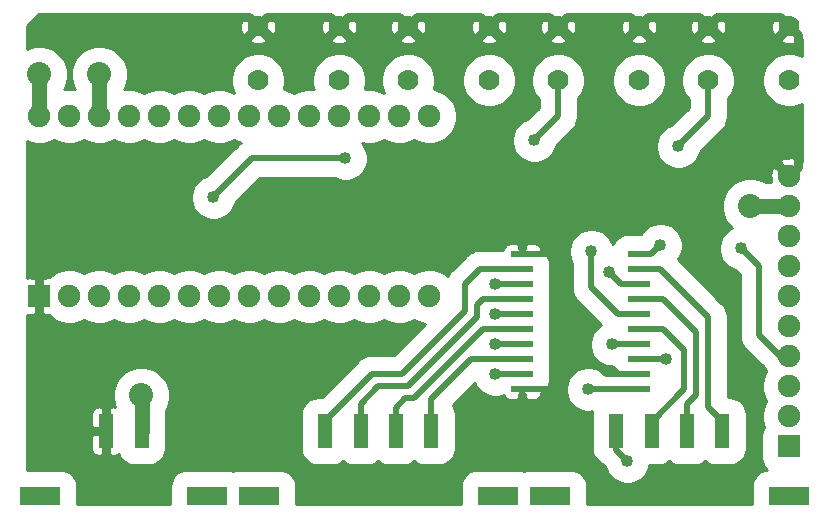
<source format=gbr>
G04 #@! TF.GenerationSoftware,KiCad,Pcbnew,5.1.6-c6e7f7d~87~ubuntu16.04.1*
G04 #@! TF.CreationDate,2020-09-01T19:23:28-04:00*
G04 #@! TF.ProjectId,Controller,436f6e74-726f-46c6-9c65-722e6b696361,rev?*
G04 #@! TF.SameCoordinates,PX5734380PY65bcec0*
G04 #@! TF.FileFunction,Copper,L2,Bot*
G04 #@! TF.FilePolarity,Positive*
%FSLAX46Y46*%
G04 Gerber Fmt 4.6, Leading zero omitted, Abs format (unit mm)*
G04 Created by KiCad (PCBNEW 5.1.6-c6e7f7d~87~ubuntu16.04.1) date 2020-09-01 19:23:28*
%MOMM*%
%LPD*%
G01*
G04 APERTURE LIST*
G04 #@! TA.AperFunction,ComponentPad*
%ADD10C,1.905000*%
G04 #@! TD*
G04 #@! TA.AperFunction,ComponentPad*
%ADD11R,1.905000X1.905000*%
G04 #@! TD*
G04 #@! TA.AperFunction,ComponentPad*
%ADD12C,2.032000*%
G04 #@! TD*
G04 #@! TA.AperFunction,SMDPad,CuDef*
%ADD13R,1.950720X0.599440*%
G04 #@! TD*
G04 #@! TA.AperFunction,SMDPad,CuDef*
%ADD14R,1.270000X2.921000*%
G04 #@! TD*
G04 #@! TA.AperFunction,SMDPad,CuDef*
%ADD15R,3.430000X1.650000*%
G04 #@! TD*
G04 #@! TA.AperFunction,ComponentPad*
%ADD16C,1.778000*%
G04 #@! TD*
G04 #@! TA.AperFunction,ViaPad*
%ADD17C,1.016000*%
G04 #@! TD*
G04 #@! TA.AperFunction,Conductor*
%ADD18C,0.508000*%
G04 #@! TD*
G04 #@! TA.AperFunction,Conductor*
%ADD19C,0.762000*%
G04 #@! TD*
G04 #@! TA.AperFunction,Conductor*
%ADD20C,1.270000*%
G04 #@! TD*
G04 #@! TA.AperFunction,Conductor*
%ADD21C,0.254000*%
G04 #@! TD*
G04 APERTURE END LIST*
D10*
X2540000Y-10160000D03*
X5080000Y-10160000D03*
X30480000Y-10160000D03*
X7620000Y-10160000D03*
X10160000Y-10160000D03*
X12700000Y-10160000D03*
X15240000Y-10160000D03*
X17780000Y-10160000D03*
X20320000Y-10160000D03*
X22860000Y-10160000D03*
X25400000Y-10160000D03*
X27940000Y-10160000D03*
X33020000Y-10160000D03*
X35560000Y-10160000D03*
X35560000Y-25400000D03*
X33020000Y-25400000D03*
X30480000Y-25400000D03*
X27940000Y-25400000D03*
X25400000Y-25400000D03*
X22860000Y-25400000D03*
X20320000Y-25400000D03*
X17780000Y-25400000D03*
D11*
X2540000Y-25400000D03*
D10*
X5080000Y-25400000D03*
X7620000Y-25400000D03*
X10160000Y-25400000D03*
X12700000Y-25400000D03*
X15240000Y-25400000D03*
X66040000Y-15240000D03*
X66040000Y-17780000D03*
X66040000Y-20320000D03*
X66040000Y-22860000D03*
D11*
X66040000Y-38100000D03*
D10*
X66040000Y-35560000D03*
X66040000Y-33020000D03*
X66040000Y-30480000D03*
X66040000Y-27940000D03*
X66040000Y-25400000D03*
D12*
X62738000Y-17780000D03*
X7620000Y-6604000D03*
D13*
X43434000Y-33274000D03*
X43434000Y-32004000D03*
X43434000Y-30734000D03*
X43434000Y-29464000D03*
X43434000Y-28194000D03*
X43434000Y-26924000D03*
X43434000Y-25654000D03*
X43434000Y-24384000D03*
X43434000Y-23114000D03*
X43434000Y-21844000D03*
X53342540Y-21844000D03*
X53342540Y-23114000D03*
X53342540Y-24384000D03*
X53342540Y-25654000D03*
X53342540Y-26924000D03*
X53342540Y-28194000D03*
X53342540Y-29464000D03*
X53342540Y-30734000D03*
X53342540Y-32004000D03*
X53342540Y-33274000D03*
D14*
X8200000Y-36830000D03*
X11200000Y-36830000D03*
D15*
X2600000Y-42303700D03*
X16764000Y-42303700D03*
D16*
X27940000Y-2540000D03*
X21082000Y-2540000D03*
X27940000Y-7112000D03*
X21082000Y-7112000D03*
X33782000Y-7112000D03*
X40640000Y-7112000D03*
X33782000Y-2540000D03*
X40640000Y-2540000D03*
X53340000Y-2540000D03*
X46482000Y-2540000D03*
X53340000Y-7112000D03*
X46482000Y-7112000D03*
X59182000Y-7112000D03*
X66040000Y-7112000D03*
X59182000Y-2540000D03*
X66040000Y-2540000D03*
D15*
X65980000Y-42303700D03*
X45780000Y-42303700D03*
D14*
X60380000Y-36830000D03*
X57380000Y-36830000D03*
X54380000Y-36830000D03*
X51380000Y-36830000D03*
X26742000Y-36830000D03*
X29742000Y-36830000D03*
X32742000Y-36830000D03*
X35742000Y-36830000D03*
D15*
X21142000Y-42303700D03*
X41342000Y-42303700D03*
D12*
X11176000Y-33782000D03*
X2540000Y-6604000D03*
D17*
X49022000Y-33274000D03*
X28448000Y-13716000D03*
X44450000Y-12192000D03*
X17272000Y-17018000D03*
X56642000Y-12700000D03*
X55626000Y-30734000D03*
X52324000Y-39370000D03*
X55118000Y-21082000D03*
X50800000Y-23368000D03*
X49276000Y-21590000D03*
X61976000Y-21336000D03*
X51054000Y-29464000D03*
X41148000Y-24384000D03*
X41148000Y-26924000D03*
X41148000Y-29464000D03*
X41148000Y-32004000D03*
D18*
X49784000Y-31242000D02*
X47752000Y-31242000D01*
X47752000Y-31242000D02*
X45720000Y-33274000D01*
X45720000Y-33274000D02*
X43434000Y-33274000D01*
X47752000Y-31242000D02*
X47752000Y-26924000D01*
X47752000Y-26924000D02*
X46482000Y-25654000D01*
X46482000Y-25654000D02*
X46482000Y-21844000D01*
X46482000Y-21844000D02*
X43434000Y-21844000D01*
D19*
X21082000Y-2540000D02*
X20320000Y-1778000D01*
X20320000Y-1778000D02*
X15494000Y-1778000D01*
X21082000Y-2540000D02*
X21844000Y-1778000D01*
X21844000Y-1778000D02*
X27178000Y-1778000D01*
X27178000Y-1778000D02*
X27940000Y-2540000D01*
X27940000Y-2540000D02*
X28702000Y-1778000D01*
X28702000Y-1778000D02*
X33020000Y-1778000D01*
X33020000Y-1778000D02*
X33782000Y-2540000D01*
X33782000Y-2540000D02*
X34544000Y-1778000D01*
X34544000Y-1778000D02*
X39878000Y-1778000D01*
X39878000Y-1778000D02*
X40640000Y-2540000D01*
X40640000Y-2540000D02*
X41402000Y-1778000D01*
X41402000Y-1778000D02*
X45720000Y-1778000D01*
X45720000Y-1778000D02*
X46482000Y-2540000D01*
X46482000Y-2540000D02*
X47244000Y-1778000D01*
X47244000Y-1778000D02*
X52578000Y-1778000D01*
X52578000Y-1778000D02*
X53340000Y-2540000D01*
X53340000Y-2540000D02*
X54102000Y-1778000D01*
X54102000Y-1778000D02*
X58420000Y-1778000D01*
X58420000Y-1778000D02*
X59182000Y-2540000D01*
X59182000Y-2540000D02*
X59944000Y-1778000D01*
X59944000Y-1778000D02*
X65278000Y-1778000D01*
X65278000Y-1778000D02*
X66040000Y-2540000D01*
X66040000Y-2540000D02*
X66802000Y-3302000D01*
X66802000Y-3302000D02*
X66802000Y-4318000D01*
X66040000Y-15240000D02*
X66802000Y-14478000D01*
X66802000Y-14478000D02*
X66802000Y-11938000D01*
D18*
X43434000Y-33274000D02*
X43434000Y-34036000D01*
X43434000Y-21844000D02*
X43434000Y-20828000D01*
X53342540Y-32004000D02*
X51562000Y-32004000D01*
X51562000Y-32004000D02*
X51054000Y-32004000D01*
X51054000Y-32004000D02*
X50546000Y-32004000D01*
X50546000Y-32004000D02*
X50038000Y-31496000D01*
X50038000Y-31496000D02*
X49784000Y-31242000D01*
X50038000Y-31496000D02*
X50546000Y-31496000D01*
X50546000Y-31496000D02*
X51054000Y-32004000D01*
X50546000Y-31496000D02*
X51054000Y-31496000D01*
X51054000Y-31496000D02*
X51562000Y-32004000D01*
X53342540Y-33274000D02*
X49022000Y-33274000D01*
D20*
X11200000Y-36830000D02*
X11200000Y-33806000D01*
X11200000Y-33806000D02*
X11176000Y-33782000D01*
X2540000Y-6604000D02*
X2540000Y-10160000D01*
D18*
X57380000Y-36830000D02*
X57380000Y-34544000D01*
X58166000Y-28448000D02*
X55372000Y-25654000D01*
X55372000Y-25654000D02*
X53342540Y-25654000D01*
X57380000Y-34544000D02*
X58166000Y-33758000D01*
X58166000Y-33758000D02*
X58166000Y-28448000D01*
X54380000Y-36830000D02*
X54380000Y-36044000D01*
X54380000Y-36044000D02*
X57150000Y-33274000D01*
X57150000Y-33274000D02*
X57150000Y-29972000D01*
X57150000Y-29972000D02*
X55372000Y-28194000D01*
X55372000Y-28194000D02*
X53342540Y-28194000D01*
X46482000Y-7112000D02*
X46482000Y-10160000D01*
X46482000Y-10160000D02*
X44450000Y-12192000D01*
X17272000Y-17018000D02*
X20574000Y-13716000D01*
X20574000Y-13716000D02*
X28448000Y-13716000D01*
X59182000Y-7112000D02*
X59182000Y-10160000D01*
X59182000Y-10160000D02*
X56642000Y-12700000D01*
X53342540Y-30734000D02*
X55626000Y-30734000D01*
X52324000Y-39370000D02*
X51380000Y-38426000D01*
X51380000Y-38426000D02*
X51380000Y-36830000D01*
X43434000Y-30734000D02*
X39116000Y-30734000D01*
X39116000Y-30734000D02*
X35742000Y-34108000D01*
X35742000Y-34108000D02*
X35742000Y-36830000D01*
X40132000Y-28194000D02*
X43434000Y-28194000D01*
X40132000Y-28194000D02*
X34290000Y-34036000D01*
X34290000Y-34036000D02*
X33528000Y-34036000D01*
X33528000Y-34036000D02*
X32742000Y-34822000D01*
X32742000Y-34822000D02*
X32742000Y-36830000D01*
X43434000Y-25654000D02*
X40132000Y-25654000D01*
X40132000Y-25654000D02*
X39624000Y-26162000D01*
X39624000Y-26162000D02*
X39624000Y-27178000D01*
X39624000Y-27178000D02*
X33782000Y-33020000D01*
X33782000Y-33020000D02*
X31242000Y-33020000D01*
X31242000Y-33020000D02*
X29742000Y-34520000D01*
X29742000Y-34520000D02*
X29742000Y-36830000D01*
X43434000Y-23114000D02*
X39878000Y-23114000D01*
X39878000Y-23114000D02*
X38608000Y-24384000D01*
X38608000Y-26670000D02*
X33274000Y-32004000D01*
X33274000Y-32004000D02*
X30734000Y-32004000D01*
X30734000Y-32004000D02*
X26742000Y-35996000D01*
X26742000Y-35996000D02*
X26742000Y-36830000D01*
X38608000Y-24384000D02*
X38608000Y-26670000D01*
X53342540Y-23114000D02*
X55118000Y-23114000D01*
X55118000Y-23114000D02*
X59182000Y-27178000D01*
X59182000Y-27178000D02*
X59182000Y-34798000D01*
X59182000Y-34798000D02*
X60380000Y-35996000D01*
X60380000Y-35996000D02*
X60380000Y-36830000D01*
D20*
X66040000Y-17780000D02*
X62738000Y-17780000D01*
X7620000Y-6604000D02*
X7620000Y-10160000D01*
D18*
X53342540Y-21844000D02*
X54356000Y-21844000D01*
X54356000Y-21844000D02*
X55118000Y-21082000D01*
X53342540Y-24384000D02*
X51816000Y-24384000D01*
X51816000Y-24384000D02*
X50800000Y-23368000D01*
X49276000Y-21844000D02*
X49276000Y-24638000D01*
X53342540Y-26924000D02*
X51562000Y-26924000D01*
X51562000Y-26924000D02*
X49276000Y-24638000D01*
X35560000Y-10160000D02*
X36068000Y-10160000D01*
X61976000Y-21336000D02*
X63500000Y-22860000D01*
X63500000Y-22860000D02*
X63500000Y-28702000D01*
X63500000Y-28702000D02*
X65278000Y-30480000D01*
X65278000Y-30480000D02*
X66040000Y-30480000D01*
X53342540Y-29464000D02*
X51054000Y-29464000D01*
X43434000Y-24384000D02*
X41148000Y-24384000D01*
X43434000Y-26924000D02*
X41148000Y-26924000D01*
X43434000Y-29464000D02*
X41148000Y-29464000D01*
X43434000Y-32004000D02*
X41148000Y-32004000D01*
D21*
G36*
X19819983Y-1637196D02*
G01*
X19948564Y-1765777D01*
X19710956Y-1857839D01*
X19604218Y-2138424D01*
X19554269Y-2434442D01*
X19563031Y-2734516D01*
X19630166Y-3027115D01*
X19710956Y-3222161D01*
X19948566Y-3314224D01*
X20722790Y-2540000D01*
X20708648Y-2525858D01*
X21067858Y-2166648D01*
X21082000Y-2180790D01*
X21096143Y-2166648D01*
X21455353Y-2525858D01*
X21441210Y-2540000D01*
X22215434Y-3314224D01*
X22453044Y-3222161D01*
X22559782Y-2941576D01*
X22609731Y-2645558D01*
X22600969Y-2345484D01*
X22533834Y-2052885D01*
X22453044Y-1857839D01*
X22215436Y-1765777D01*
X22344017Y-1637196D01*
X22178821Y-1472000D01*
X26843179Y-1472000D01*
X26677983Y-1637196D01*
X26806564Y-1765777D01*
X26568956Y-1857839D01*
X26462218Y-2138424D01*
X26412269Y-2434442D01*
X26421031Y-2734516D01*
X26488166Y-3027115D01*
X26568956Y-3222161D01*
X26806566Y-3314224D01*
X27580790Y-2540000D01*
X27566648Y-2525858D01*
X27925858Y-2166648D01*
X27940000Y-2180790D01*
X27954143Y-2166648D01*
X28313353Y-2525858D01*
X28299210Y-2540000D01*
X29073434Y-3314224D01*
X29311044Y-3222161D01*
X29417782Y-2941576D01*
X29467731Y-2645558D01*
X29458969Y-2345484D01*
X29391834Y-2052885D01*
X29311044Y-1857839D01*
X29073436Y-1765777D01*
X29202017Y-1637196D01*
X29036821Y-1472000D01*
X32685179Y-1472000D01*
X32519983Y-1637196D01*
X32648564Y-1765777D01*
X32410956Y-1857839D01*
X32304218Y-2138424D01*
X32254269Y-2434442D01*
X32263031Y-2734516D01*
X32330166Y-3027115D01*
X32410956Y-3222161D01*
X32648566Y-3314224D01*
X33422790Y-2540000D01*
X33408648Y-2525858D01*
X33767858Y-2166648D01*
X33782000Y-2180790D01*
X33796143Y-2166648D01*
X34155353Y-2525858D01*
X34141210Y-2540000D01*
X34915434Y-3314224D01*
X35153044Y-3222161D01*
X35259782Y-2941576D01*
X35309731Y-2645558D01*
X35300969Y-2345484D01*
X35233834Y-2052885D01*
X35153044Y-1857839D01*
X34915436Y-1765777D01*
X35044017Y-1637196D01*
X34878821Y-1472000D01*
X39543179Y-1472000D01*
X39377983Y-1637196D01*
X39506564Y-1765777D01*
X39268956Y-1857839D01*
X39162218Y-2138424D01*
X39112269Y-2434442D01*
X39121031Y-2734516D01*
X39188166Y-3027115D01*
X39268956Y-3222161D01*
X39506566Y-3314224D01*
X40280790Y-2540000D01*
X40266648Y-2525858D01*
X40625858Y-2166648D01*
X40640000Y-2180790D01*
X40654143Y-2166648D01*
X41013353Y-2525858D01*
X40999210Y-2540000D01*
X41773434Y-3314224D01*
X42011044Y-3222161D01*
X42117782Y-2941576D01*
X42167731Y-2645558D01*
X42158969Y-2345484D01*
X42091834Y-2052885D01*
X42011044Y-1857839D01*
X41773436Y-1765777D01*
X41902017Y-1637196D01*
X41736821Y-1472000D01*
X45385179Y-1472000D01*
X45219983Y-1637196D01*
X45348564Y-1765777D01*
X45110956Y-1857839D01*
X45004218Y-2138424D01*
X44954269Y-2434442D01*
X44963031Y-2734516D01*
X45030166Y-3027115D01*
X45110956Y-3222161D01*
X45348566Y-3314224D01*
X46122790Y-2540000D01*
X46108648Y-2525858D01*
X46467858Y-2166648D01*
X46482000Y-2180790D01*
X46496143Y-2166648D01*
X46855353Y-2525858D01*
X46841210Y-2540000D01*
X47615434Y-3314224D01*
X47853044Y-3222161D01*
X47959782Y-2941576D01*
X48009731Y-2645558D01*
X48000969Y-2345484D01*
X47933834Y-2052885D01*
X47853044Y-1857839D01*
X47615436Y-1765777D01*
X47744017Y-1637196D01*
X47578821Y-1472000D01*
X52243179Y-1472000D01*
X52077983Y-1637196D01*
X52206564Y-1765777D01*
X51968956Y-1857839D01*
X51862218Y-2138424D01*
X51812269Y-2434442D01*
X51821031Y-2734516D01*
X51888166Y-3027115D01*
X51968956Y-3222161D01*
X52206566Y-3314224D01*
X52980790Y-2540000D01*
X52966648Y-2525858D01*
X53325858Y-2166648D01*
X53340000Y-2180790D01*
X53354143Y-2166648D01*
X53713353Y-2525858D01*
X53699210Y-2540000D01*
X54473434Y-3314224D01*
X54711044Y-3222161D01*
X54817782Y-2941576D01*
X54867731Y-2645558D01*
X54858969Y-2345484D01*
X54791834Y-2052885D01*
X54711044Y-1857839D01*
X54473436Y-1765777D01*
X54602017Y-1637196D01*
X54436821Y-1472000D01*
X58085179Y-1472000D01*
X57919983Y-1637196D01*
X58048564Y-1765777D01*
X57810956Y-1857839D01*
X57704218Y-2138424D01*
X57654269Y-2434442D01*
X57663031Y-2734516D01*
X57730166Y-3027115D01*
X57810956Y-3222161D01*
X58048566Y-3314224D01*
X58822790Y-2540000D01*
X58808648Y-2525858D01*
X59167858Y-2166648D01*
X59182000Y-2180790D01*
X59196143Y-2166648D01*
X59555353Y-2525858D01*
X59541210Y-2540000D01*
X60315434Y-3314224D01*
X60553044Y-3222161D01*
X60659782Y-2941576D01*
X60709731Y-2645558D01*
X60700969Y-2345484D01*
X60633834Y-2052885D01*
X60553044Y-1857839D01*
X60315436Y-1765777D01*
X60444017Y-1637196D01*
X60278821Y-1472000D01*
X64943179Y-1472000D01*
X64777983Y-1637196D01*
X64906564Y-1765777D01*
X64668956Y-1857839D01*
X64562218Y-2138424D01*
X64512269Y-2434442D01*
X64521031Y-2734516D01*
X64588166Y-3027115D01*
X64668956Y-3222161D01*
X64906566Y-3314224D01*
X65680790Y-2540000D01*
X65666648Y-2525858D01*
X66025858Y-2166648D01*
X66040000Y-2180790D01*
X66054143Y-2166648D01*
X66413353Y-2525858D01*
X66399210Y-2540000D01*
X66413353Y-2554143D01*
X66054143Y-2913353D01*
X66040000Y-2899210D01*
X65265776Y-3673434D01*
X65357839Y-3911044D01*
X65638424Y-4017782D01*
X65934442Y-4067731D01*
X66234516Y-4058969D01*
X66527115Y-3991834D01*
X66722161Y-3911044D01*
X66814223Y-3673436D01*
X66942804Y-3802017D01*
X67108001Y-3636820D01*
X67108001Y-5080032D01*
X66706802Y-4913850D01*
X66265151Y-4826000D01*
X65814849Y-4826000D01*
X65373198Y-4913850D01*
X64957173Y-5086173D01*
X64582760Y-5336348D01*
X64264348Y-5654760D01*
X64014173Y-6029173D01*
X63841850Y-6445198D01*
X63754000Y-6886849D01*
X63754000Y-7337151D01*
X63841850Y-7778802D01*
X64014173Y-8194827D01*
X64264348Y-8569240D01*
X64582760Y-8887652D01*
X64957173Y-9137827D01*
X65373198Y-9310150D01*
X65814849Y-9398000D01*
X66265151Y-9398000D01*
X66706802Y-9310150D01*
X67108001Y-9143968D01*
X67108001Y-14052942D01*
X66987923Y-13932864D01*
X66860099Y-14060688D01*
X66760171Y-13816639D01*
X66468650Y-13703491D01*
X66160655Y-13649389D01*
X65848023Y-13656413D01*
X65542770Y-13724294D01*
X65319829Y-13816639D01*
X65219900Y-14060690D01*
X66040000Y-14880790D01*
X66054143Y-14866648D01*
X66413353Y-15225858D01*
X66399210Y-15240000D01*
X66413353Y-15254143D01*
X66236995Y-15430500D01*
X65843005Y-15430500D01*
X65666648Y-15254143D01*
X65680790Y-15240000D01*
X64860690Y-14419900D01*
X64616639Y-14519829D01*
X64503491Y-14811350D01*
X64449389Y-15119345D01*
X64456413Y-15431977D01*
X64524294Y-15737230D01*
X64528755Y-15748000D01*
X64040181Y-15748000D01*
X63880984Y-15641628D01*
X63441846Y-15459731D01*
X62975660Y-15367000D01*
X62500340Y-15367000D01*
X62034154Y-15459731D01*
X61595016Y-15641628D01*
X61199802Y-15905701D01*
X60863701Y-16241802D01*
X60599628Y-16637016D01*
X60417731Y-17076154D01*
X60325000Y-17542340D01*
X60325000Y-18017660D01*
X60417731Y-18483846D01*
X60599628Y-18922984D01*
X60863701Y-19318198D01*
X61158264Y-19612761D01*
X61073644Y-19647811D01*
X60761634Y-19856290D01*
X60496290Y-20121634D01*
X60287811Y-20433644D01*
X60144209Y-20780332D01*
X60071000Y-21148374D01*
X60071000Y-21523626D01*
X60144209Y-21891668D01*
X60287811Y-22238356D01*
X60496290Y-22550366D01*
X60761634Y-22815710D01*
X61073644Y-23024189D01*
X61420332Y-23167791D01*
X61485984Y-23180850D01*
X61849000Y-23543867D01*
X61849001Y-28620889D01*
X61841012Y-28702000D01*
X61860732Y-28902209D01*
X61872890Y-29025653D01*
X61948106Y-29273607D01*
X61967296Y-29336867D01*
X62119212Y-29621081D01*
X62120603Y-29623684D01*
X62326919Y-29875082D01*
X62389916Y-29926782D01*
X63888505Y-31425371D01*
X63957900Y-31592905D01*
X64062867Y-31750000D01*
X63957900Y-31907095D01*
X63780790Y-32334676D01*
X63690500Y-32788594D01*
X63690500Y-33251406D01*
X63780790Y-33705324D01*
X63957900Y-34132905D01*
X64062867Y-34290000D01*
X63957900Y-34447095D01*
X63780790Y-34874676D01*
X63690500Y-35328594D01*
X63690500Y-35791406D01*
X63780790Y-36245324D01*
X63870246Y-36461290D01*
X63790596Y-36610305D01*
X63710714Y-36873640D01*
X63683741Y-37147500D01*
X63683741Y-39052500D01*
X63710714Y-39326360D01*
X63790596Y-39589695D01*
X63920317Y-39832387D01*
X64094892Y-40045108D01*
X64145576Y-40086703D01*
X63991140Y-40101914D01*
X63727805Y-40181796D01*
X63485113Y-40311517D01*
X63272392Y-40486092D01*
X63097817Y-40698813D01*
X62968096Y-40941505D01*
X62888214Y-41204840D01*
X62861241Y-41478700D01*
X62861241Y-42978000D01*
X48898759Y-42978000D01*
X48898759Y-41478700D01*
X48871786Y-41204840D01*
X48791904Y-40941505D01*
X48662183Y-40698813D01*
X48487608Y-40486092D01*
X48274887Y-40311517D01*
X48032195Y-40181796D01*
X47768860Y-40101914D01*
X47495000Y-40074941D01*
X44065000Y-40074941D01*
X43791140Y-40101914D01*
X43561000Y-40171726D01*
X43330860Y-40101914D01*
X43057000Y-40074941D01*
X39627000Y-40074941D01*
X39353140Y-40101914D01*
X39089805Y-40181796D01*
X38847113Y-40311517D01*
X38634392Y-40486092D01*
X38459817Y-40698813D01*
X38330096Y-40941505D01*
X38250214Y-41204840D01*
X38223241Y-41478700D01*
X38223241Y-42978000D01*
X24260759Y-42978000D01*
X24260759Y-41478700D01*
X24233786Y-41204840D01*
X24153904Y-40941505D01*
X24024183Y-40698813D01*
X23849608Y-40486092D01*
X23636887Y-40311517D01*
X23394195Y-40181796D01*
X23130860Y-40101914D01*
X22857000Y-40074941D01*
X19427000Y-40074941D01*
X19153140Y-40101914D01*
X18953000Y-40162626D01*
X18752860Y-40101914D01*
X18479000Y-40074941D01*
X15049000Y-40074941D01*
X14775140Y-40101914D01*
X14511805Y-40181796D01*
X14269113Y-40311517D01*
X14056392Y-40486092D01*
X13881817Y-40698813D01*
X13752096Y-40941505D01*
X13672214Y-41204840D01*
X13645241Y-41478700D01*
X13645241Y-42978000D01*
X5718759Y-42978000D01*
X5718759Y-41478700D01*
X5691786Y-41204840D01*
X5611904Y-40941505D01*
X5482183Y-40698813D01*
X5307608Y-40486092D01*
X5094887Y-40311517D01*
X4852195Y-40181796D01*
X4588860Y-40101914D01*
X4315000Y-40074941D01*
X1472000Y-40074941D01*
X1472000Y-38290500D01*
X6926928Y-38290500D01*
X6939188Y-38414982D01*
X6975498Y-38534680D01*
X7034463Y-38644994D01*
X7113815Y-38741685D01*
X7210506Y-38821037D01*
X7320820Y-38880002D01*
X7440518Y-38916312D01*
X7565000Y-38928572D01*
X7787250Y-38925500D01*
X7946000Y-38766750D01*
X7946000Y-37084000D01*
X7088750Y-37084000D01*
X6930000Y-37242750D01*
X6926928Y-38290500D01*
X1472000Y-38290500D01*
X1472000Y-35369500D01*
X6926928Y-35369500D01*
X6930000Y-36417250D01*
X7088750Y-36576000D01*
X7946000Y-36576000D01*
X7946000Y-34893250D01*
X8454000Y-34893250D01*
X8454000Y-36576000D01*
X8474000Y-36576000D01*
X8474000Y-37084000D01*
X8454000Y-37084000D01*
X8454000Y-38766750D01*
X8612750Y-38925500D01*
X8835000Y-38928572D01*
X8959482Y-38916312D01*
X9079180Y-38880002D01*
X9189494Y-38821037D01*
X9250811Y-38770715D01*
X9268096Y-38827695D01*
X9397817Y-39070387D01*
X9572392Y-39283108D01*
X9785113Y-39457683D01*
X10027805Y-39587404D01*
X10291140Y-39667286D01*
X10565000Y-39694259D01*
X11835000Y-39694259D01*
X12108860Y-39667286D01*
X12372195Y-39587404D01*
X12614887Y-39457683D01*
X12827608Y-39283108D01*
X13002183Y-39070387D01*
X13131904Y-38827695D01*
X13211786Y-38564360D01*
X13238759Y-38290500D01*
X13238759Y-35369500D01*
X13232000Y-35300875D01*
X13232000Y-35048263D01*
X13314372Y-34924984D01*
X13496269Y-34485846D01*
X13589000Y-34019660D01*
X13589000Y-33544340D01*
X13496269Y-33078154D01*
X13314372Y-32639016D01*
X13050299Y-32243802D01*
X12714198Y-31907701D01*
X12318984Y-31643628D01*
X11879846Y-31461731D01*
X11413660Y-31369000D01*
X10938340Y-31369000D01*
X10472154Y-31461731D01*
X10033016Y-31643628D01*
X9637802Y-31907701D01*
X9301701Y-32243802D01*
X9037628Y-32639016D01*
X8855731Y-33078154D01*
X8763000Y-33544340D01*
X8763000Y-34019660D01*
X8855731Y-34485846D01*
X8962971Y-34744746D01*
X8959482Y-34743688D01*
X8835000Y-34731428D01*
X8612750Y-34734500D01*
X8454000Y-34893250D01*
X7946000Y-34893250D01*
X7787250Y-34734500D01*
X7565000Y-34731428D01*
X7440518Y-34743688D01*
X7320820Y-34779998D01*
X7210506Y-34838963D01*
X7113815Y-34918315D01*
X7034463Y-35015006D01*
X6975498Y-35125320D01*
X6939188Y-35245018D01*
X6926928Y-35369500D01*
X1472000Y-35369500D01*
X1472000Y-26979197D01*
X1587500Y-26990572D01*
X2127250Y-26987500D01*
X2286000Y-26828750D01*
X2286000Y-25654000D01*
X2266000Y-25654000D01*
X2266000Y-25168594D01*
X2730500Y-25168594D01*
X2730500Y-25631406D01*
X2794000Y-25950642D01*
X2794000Y-26828750D01*
X2952750Y-26987500D01*
X3347049Y-26989744D01*
X3582281Y-27224976D01*
X3967095Y-27482100D01*
X4394676Y-27659210D01*
X4848594Y-27749500D01*
X5311406Y-27749500D01*
X5765324Y-27659210D01*
X6192905Y-27482100D01*
X6350000Y-27377133D01*
X6507095Y-27482100D01*
X6934676Y-27659210D01*
X7388594Y-27749500D01*
X7851406Y-27749500D01*
X8305324Y-27659210D01*
X8732905Y-27482100D01*
X8890000Y-27377133D01*
X9047095Y-27482100D01*
X9474676Y-27659210D01*
X9928594Y-27749500D01*
X10391406Y-27749500D01*
X10845324Y-27659210D01*
X11272905Y-27482100D01*
X11430000Y-27377133D01*
X11587095Y-27482100D01*
X12014676Y-27659210D01*
X12468594Y-27749500D01*
X12931406Y-27749500D01*
X13385324Y-27659210D01*
X13812905Y-27482100D01*
X13970000Y-27377133D01*
X14127095Y-27482100D01*
X14554676Y-27659210D01*
X15008594Y-27749500D01*
X15471406Y-27749500D01*
X15925324Y-27659210D01*
X16352905Y-27482100D01*
X16510000Y-27377133D01*
X16667095Y-27482100D01*
X17094676Y-27659210D01*
X17548594Y-27749500D01*
X18011406Y-27749500D01*
X18465324Y-27659210D01*
X18892905Y-27482100D01*
X19050000Y-27377133D01*
X19207095Y-27482100D01*
X19634676Y-27659210D01*
X20088594Y-27749500D01*
X20551406Y-27749500D01*
X21005324Y-27659210D01*
X21432905Y-27482100D01*
X21590000Y-27377133D01*
X21747095Y-27482100D01*
X22174676Y-27659210D01*
X22628594Y-27749500D01*
X23091406Y-27749500D01*
X23545324Y-27659210D01*
X23972905Y-27482100D01*
X24130000Y-27377133D01*
X24287095Y-27482100D01*
X24714676Y-27659210D01*
X25168594Y-27749500D01*
X25631406Y-27749500D01*
X26085324Y-27659210D01*
X26512905Y-27482100D01*
X26670000Y-27377133D01*
X26827095Y-27482100D01*
X27254676Y-27659210D01*
X27708594Y-27749500D01*
X28171406Y-27749500D01*
X28625324Y-27659210D01*
X29052905Y-27482100D01*
X29210000Y-27377133D01*
X29367095Y-27482100D01*
X29794676Y-27659210D01*
X30248594Y-27749500D01*
X30711406Y-27749500D01*
X31165324Y-27659210D01*
X31592905Y-27482100D01*
X31750000Y-27377133D01*
X31907095Y-27482100D01*
X32334676Y-27659210D01*
X32788594Y-27749500D01*
X33251406Y-27749500D01*
X33705324Y-27659210D01*
X34132905Y-27482100D01*
X34290000Y-27377133D01*
X34447095Y-27482100D01*
X34874676Y-27659210D01*
X35216025Y-27727109D01*
X32590134Y-30353000D01*
X30815103Y-30353000D01*
X30734000Y-30345012D01*
X30410347Y-30376889D01*
X30099132Y-30471295D01*
X29958670Y-30546374D01*
X29812316Y-30624602D01*
X29560918Y-30830918D01*
X29509213Y-30893921D01*
X26437393Y-33965741D01*
X26107000Y-33965741D01*
X25833140Y-33992714D01*
X25569805Y-34072596D01*
X25327113Y-34202317D01*
X25114392Y-34376892D01*
X24939817Y-34589613D01*
X24810096Y-34832305D01*
X24730214Y-35095640D01*
X24703241Y-35369500D01*
X24703241Y-38290500D01*
X24730214Y-38564360D01*
X24810096Y-38827695D01*
X24939817Y-39070387D01*
X25114392Y-39283108D01*
X25327113Y-39457683D01*
X25569805Y-39587404D01*
X25833140Y-39667286D01*
X26107000Y-39694259D01*
X27377000Y-39694259D01*
X27650860Y-39667286D01*
X27914195Y-39587404D01*
X28156887Y-39457683D01*
X28242000Y-39387833D01*
X28327113Y-39457683D01*
X28569805Y-39587404D01*
X28833140Y-39667286D01*
X29107000Y-39694259D01*
X30377000Y-39694259D01*
X30650860Y-39667286D01*
X30914195Y-39587404D01*
X31156887Y-39457683D01*
X31242000Y-39387833D01*
X31327113Y-39457683D01*
X31569805Y-39587404D01*
X31833140Y-39667286D01*
X32107000Y-39694259D01*
X33377000Y-39694259D01*
X33650860Y-39667286D01*
X33914195Y-39587404D01*
X34156887Y-39457683D01*
X34242000Y-39387833D01*
X34327113Y-39457683D01*
X34569805Y-39587404D01*
X34833140Y-39667286D01*
X35107000Y-39694259D01*
X36377000Y-39694259D01*
X36650860Y-39667286D01*
X36914195Y-39587404D01*
X37156887Y-39457683D01*
X37369608Y-39283108D01*
X37544183Y-39070387D01*
X37673904Y-38827695D01*
X37753786Y-38564360D01*
X37780759Y-38290500D01*
X37780759Y-35369500D01*
X37753786Y-35095640D01*
X37673904Y-34832305D01*
X37561972Y-34622894D01*
X39406709Y-32778157D01*
X39459811Y-32906356D01*
X39668290Y-33218366D01*
X39933634Y-33483710D01*
X40245644Y-33692189D01*
X40592332Y-33835791D01*
X40960374Y-33909000D01*
X41335626Y-33909000D01*
X41703668Y-33835791D01*
X41855622Y-33772850D01*
X41872181Y-33825119D01*
X41932495Y-33934701D01*
X42013029Y-34030411D01*
X42110687Y-34108570D01*
X42221717Y-34166175D01*
X42341851Y-34201013D01*
X42466474Y-34211744D01*
X43021250Y-34208720D01*
X43180000Y-34049970D01*
X43180000Y-33707479D01*
X43688000Y-33707479D01*
X43688000Y-34049970D01*
X43846750Y-34208720D01*
X44401526Y-34211744D01*
X44526149Y-34201013D01*
X44646283Y-34166175D01*
X44757313Y-34108570D01*
X44854971Y-34030411D01*
X44935505Y-33934701D01*
X44995819Y-33825119D01*
X45033596Y-33705876D01*
X45044360Y-33605470D01*
X45007134Y-33568244D01*
X45189247Y-33470903D01*
X45401968Y-33296328D01*
X45574272Y-33086374D01*
X47117000Y-33086374D01*
X47117000Y-33461626D01*
X47190209Y-33829668D01*
X47333811Y-34176356D01*
X47542290Y-34488366D01*
X47807634Y-34753710D01*
X48119644Y-34962189D01*
X48466332Y-35105791D01*
X48834374Y-35179000D01*
X49209626Y-35179000D01*
X49363009Y-35148490D01*
X49341241Y-35369500D01*
X49341241Y-38290500D01*
X49368214Y-38564360D01*
X49448096Y-38827695D01*
X49577817Y-39070387D01*
X49752392Y-39283108D01*
X49965113Y-39457683D01*
X50189152Y-39577434D01*
X50206918Y-39599082D01*
X50269921Y-39650787D01*
X50479150Y-39860015D01*
X50492209Y-39925668D01*
X50635811Y-40272356D01*
X50844290Y-40584366D01*
X51109634Y-40849710D01*
X51421644Y-41058189D01*
X51768332Y-41201791D01*
X52136374Y-41275000D01*
X52511626Y-41275000D01*
X52879668Y-41201791D01*
X53226356Y-41058189D01*
X53538366Y-40849710D01*
X53803710Y-40584366D01*
X54012189Y-40272356D01*
X54155791Y-39925668D01*
X54201822Y-39694259D01*
X55015000Y-39694259D01*
X55288860Y-39667286D01*
X55552195Y-39587404D01*
X55794887Y-39457683D01*
X55880000Y-39387833D01*
X55965113Y-39457683D01*
X56207805Y-39587404D01*
X56471140Y-39667286D01*
X56745000Y-39694259D01*
X58015000Y-39694259D01*
X58288860Y-39667286D01*
X58552195Y-39587404D01*
X58794887Y-39457683D01*
X58880000Y-39387833D01*
X58965113Y-39457683D01*
X59207805Y-39587404D01*
X59471140Y-39667286D01*
X59745000Y-39694259D01*
X61015000Y-39694259D01*
X61288860Y-39667286D01*
X61552195Y-39587404D01*
X61794887Y-39457683D01*
X62007608Y-39283108D01*
X62182183Y-39070387D01*
X62311904Y-38827695D01*
X62391786Y-38564360D01*
X62418759Y-38290500D01*
X62418759Y-35369500D01*
X62391786Y-35095640D01*
X62311904Y-34832305D01*
X62182183Y-34589613D01*
X62007608Y-34376892D01*
X61794887Y-34202317D01*
X61552195Y-34072596D01*
X61288860Y-33992714D01*
X61015000Y-33965741D01*
X60833000Y-33965741D01*
X60833000Y-27259101D01*
X60840988Y-27178000D01*
X60833000Y-27096896D01*
X60809111Y-26854347D01*
X60714705Y-26543133D01*
X60561398Y-26256316D01*
X60355082Y-26004918D01*
X60292085Y-25953218D01*
X56612739Y-22273873D01*
X56806189Y-21984356D01*
X56949791Y-21637668D01*
X57023000Y-21269626D01*
X57023000Y-20894374D01*
X56949791Y-20526332D01*
X56806189Y-20179644D01*
X56597710Y-19867634D01*
X56332366Y-19602290D01*
X56020356Y-19393811D01*
X55673668Y-19250209D01*
X55305626Y-19177000D01*
X54930374Y-19177000D01*
X54562332Y-19250209D01*
X54215644Y-19393811D01*
X53903634Y-19602290D01*
X53638290Y-19867634D01*
X53455952Y-20140521D01*
X52367180Y-20140521D01*
X52093320Y-20167494D01*
X51829985Y-20247376D01*
X51587293Y-20377097D01*
X51374572Y-20551672D01*
X51199997Y-20764393D01*
X51085053Y-20979438D01*
X50964189Y-20687644D01*
X50755710Y-20375634D01*
X50490366Y-20110290D01*
X50178356Y-19901811D01*
X49831668Y-19758209D01*
X49463626Y-19685000D01*
X49088374Y-19685000D01*
X48720332Y-19758209D01*
X48373644Y-19901811D01*
X48061634Y-20110290D01*
X47796290Y-20375634D01*
X47587811Y-20687644D01*
X47444209Y-21034332D01*
X47371000Y-21402374D01*
X47371000Y-21777626D01*
X47444209Y-22145668D01*
X47587811Y-22492356D01*
X47625000Y-22548014D01*
X47625001Y-24556890D01*
X47617012Y-24638000D01*
X47645896Y-24931259D01*
X47648890Y-24961653D01*
X47732055Y-25235811D01*
X47743296Y-25272867D01*
X47896602Y-25559683D01*
X48019663Y-25709634D01*
X48102919Y-25811082D01*
X48165916Y-25862782D01*
X50108064Y-27804931D01*
X49839634Y-27984290D01*
X49574290Y-28249634D01*
X49365811Y-28561644D01*
X49222209Y-28908332D01*
X49149000Y-29276374D01*
X49149000Y-29651626D01*
X49222209Y-30019668D01*
X49365811Y-30366356D01*
X49574290Y-30678366D01*
X49839634Y-30943710D01*
X50151644Y-31152189D01*
X50498332Y-31295791D01*
X50866374Y-31369000D01*
X51009026Y-31369000D01*
X51070276Y-31570915D01*
X51098116Y-31623000D01*
X49980013Y-31623000D01*
X49924356Y-31585811D01*
X49577668Y-31442209D01*
X49209626Y-31369000D01*
X48834374Y-31369000D01*
X48466332Y-31442209D01*
X48119644Y-31585811D01*
X47807634Y-31794290D01*
X47542290Y-32059634D01*
X47333811Y-32371644D01*
X47190209Y-32718332D01*
X47117000Y-33086374D01*
X45574272Y-33086374D01*
X45576543Y-33083607D01*
X45706264Y-32840915D01*
X45786146Y-32577580D01*
X45813119Y-32303720D01*
X45813119Y-31704280D01*
X45786146Y-31430420D01*
X45767514Y-31369000D01*
X45786146Y-31307580D01*
X45813119Y-31033720D01*
X45813119Y-30434280D01*
X45786146Y-30160420D01*
X45767514Y-30099000D01*
X45786146Y-30037580D01*
X45813119Y-29763720D01*
X45813119Y-29164280D01*
X45786146Y-28890420D01*
X45767514Y-28829000D01*
X45786146Y-28767580D01*
X45813119Y-28493720D01*
X45813119Y-27894280D01*
X45786146Y-27620420D01*
X45767514Y-27559000D01*
X45786146Y-27497580D01*
X45813119Y-27223720D01*
X45813119Y-26624280D01*
X45786146Y-26350420D01*
X45767514Y-26289000D01*
X45786146Y-26227580D01*
X45813119Y-25953720D01*
X45813119Y-25354280D01*
X45786146Y-25080420D01*
X45767514Y-25019000D01*
X45786146Y-24957580D01*
X45813119Y-24683720D01*
X45813119Y-24084280D01*
X45786146Y-23810420D01*
X45767514Y-23749000D01*
X45786146Y-23687580D01*
X45813119Y-23413720D01*
X45813119Y-22814280D01*
X45786146Y-22540420D01*
X45706264Y-22277085D01*
X45576543Y-22034393D01*
X45401968Y-21821672D01*
X45189247Y-21647097D01*
X45007134Y-21549756D01*
X45044360Y-21512530D01*
X45033596Y-21412124D01*
X44995819Y-21292881D01*
X44935505Y-21183299D01*
X44854971Y-21087589D01*
X44757313Y-21009430D01*
X44646283Y-20951825D01*
X44526149Y-20916987D01*
X44401526Y-20906256D01*
X43846750Y-20909280D01*
X43688000Y-21068030D01*
X43688000Y-21410521D01*
X43180000Y-21410521D01*
X43180000Y-21068030D01*
X43021250Y-20909280D01*
X42466474Y-20906256D01*
X42341851Y-20916987D01*
X42221717Y-20951825D01*
X42110687Y-21009430D01*
X42013029Y-21087589D01*
X41932495Y-21183299D01*
X41872181Y-21292881D01*
X41834404Y-21412124D01*
X41828950Y-21463000D01*
X39959100Y-21463000D01*
X39877999Y-21455012D01*
X39796898Y-21463000D01*
X39796896Y-21463000D01*
X39554347Y-21486889D01*
X39243133Y-21581295D01*
X39137667Y-21637668D01*
X38956315Y-21734602D01*
X38778638Y-21880417D01*
X38704918Y-21940918D01*
X38653217Y-22003916D01*
X37497920Y-23159214D01*
X37434918Y-23210918D01*
X37228602Y-23462317D01*
X37129820Y-23647125D01*
X37057719Y-23575024D01*
X36672905Y-23317900D01*
X36245324Y-23140790D01*
X35791406Y-23050500D01*
X35328594Y-23050500D01*
X34874676Y-23140790D01*
X34447095Y-23317900D01*
X34290000Y-23422867D01*
X34132905Y-23317900D01*
X33705324Y-23140790D01*
X33251406Y-23050500D01*
X32788594Y-23050500D01*
X32334676Y-23140790D01*
X31907095Y-23317900D01*
X31750000Y-23422867D01*
X31592905Y-23317900D01*
X31165324Y-23140790D01*
X30711406Y-23050500D01*
X30248594Y-23050500D01*
X29794676Y-23140790D01*
X29367095Y-23317900D01*
X29210000Y-23422867D01*
X29052905Y-23317900D01*
X28625324Y-23140790D01*
X28171406Y-23050500D01*
X27708594Y-23050500D01*
X27254676Y-23140790D01*
X26827095Y-23317900D01*
X26670000Y-23422867D01*
X26512905Y-23317900D01*
X26085324Y-23140790D01*
X25631406Y-23050500D01*
X25168594Y-23050500D01*
X24714676Y-23140790D01*
X24287095Y-23317900D01*
X24130000Y-23422867D01*
X23972905Y-23317900D01*
X23545324Y-23140790D01*
X23091406Y-23050500D01*
X22628594Y-23050500D01*
X22174676Y-23140790D01*
X21747095Y-23317900D01*
X21590000Y-23422867D01*
X21432905Y-23317900D01*
X21005324Y-23140790D01*
X20551406Y-23050500D01*
X20088594Y-23050500D01*
X19634676Y-23140790D01*
X19207095Y-23317900D01*
X19050000Y-23422867D01*
X18892905Y-23317900D01*
X18465324Y-23140790D01*
X18011406Y-23050500D01*
X17548594Y-23050500D01*
X17094676Y-23140790D01*
X16667095Y-23317900D01*
X16510000Y-23422867D01*
X16352905Y-23317900D01*
X15925324Y-23140790D01*
X15471406Y-23050500D01*
X15008594Y-23050500D01*
X14554676Y-23140790D01*
X14127095Y-23317900D01*
X13970000Y-23422867D01*
X13812905Y-23317900D01*
X13385324Y-23140790D01*
X12931406Y-23050500D01*
X12468594Y-23050500D01*
X12014676Y-23140790D01*
X11587095Y-23317900D01*
X11430000Y-23422867D01*
X11272905Y-23317900D01*
X10845324Y-23140790D01*
X10391406Y-23050500D01*
X9928594Y-23050500D01*
X9474676Y-23140790D01*
X9047095Y-23317900D01*
X8890000Y-23422867D01*
X8732905Y-23317900D01*
X8305324Y-23140790D01*
X7851406Y-23050500D01*
X7388594Y-23050500D01*
X6934676Y-23140790D01*
X6507095Y-23317900D01*
X6350000Y-23422867D01*
X6192905Y-23317900D01*
X5765324Y-23140790D01*
X5311406Y-23050500D01*
X4848594Y-23050500D01*
X4394676Y-23140790D01*
X3967095Y-23317900D01*
X3582281Y-23575024D01*
X3347049Y-23810256D01*
X2952750Y-23812500D01*
X2794000Y-23971250D01*
X2794000Y-24849358D01*
X2730500Y-25168594D01*
X2266000Y-25168594D01*
X2266000Y-25146000D01*
X2286000Y-25146000D01*
X2286000Y-23971250D01*
X2127250Y-23812500D01*
X1587500Y-23809428D01*
X1472000Y-23820803D01*
X1472000Y-12260700D01*
X1854676Y-12419210D01*
X2308594Y-12509500D01*
X2771406Y-12509500D01*
X3225324Y-12419210D01*
X3652905Y-12242100D01*
X3810000Y-12137133D01*
X3967095Y-12242100D01*
X4394676Y-12419210D01*
X4848594Y-12509500D01*
X5311406Y-12509500D01*
X5765324Y-12419210D01*
X6192905Y-12242100D01*
X6350000Y-12137133D01*
X6507095Y-12242100D01*
X6934676Y-12419210D01*
X7388594Y-12509500D01*
X7851406Y-12509500D01*
X8305324Y-12419210D01*
X8732905Y-12242100D01*
X8890000Y-12137133D01*
X9047095Y-12242100D01*
X9474676Y-12419210D01*
X9928594Y-12509500D01*
X10391406Y-12509500D01*
X10845324Y-12419210D01*
X11272905Y-12242100D01*
X11430000Y-12137133D01*
X11587095Y-12242100D01*
X12014676Y-12419210D01*
X12468594Y-12509500D01*
X12931406Y-12509500D01*
X13385324Y-12419210D01*
X13812905Y-12242100D01*
X13970000Y-12137133D01*
X14127095Y-12242100D01*
X14554676Y-12419210D01*
X15008594Y-12509500D01*
X15471406Y-12509500D01*
X15925324Y-12419210D01*
X16352905Y-12242100D01*
X16510000Y-12137133D01*
X16667095Y-12242100D01*
X17094676Y-12419210D01*
X17548594Y-12509500D01*
X18011406Y-12509500D01*
X18465324Y-12419210D01*
X18892905Y-12242100D01*
X19050000Y-12137133D01*
X19207095Y-12242100D01*
X19579504Y-12396357D01*
X19551657Y-12419210D01*
X19400918Y-12542918D01*
X19349218Y-12605915D01*
X16781984Y-15173150D01*
X16716332Y-15186209D01*
X16369644Y-15329811D01*
X16057634Y-15538290D01*
X15792290Y-15803634D01*
X15583811Y-16115644D01*
X15440209Y-16462332D01*
X15367000Y-16830374D01*
X15367000Y-17205626D01*
X15440209Y-17573668D01*
X15583811Y-17920356D01*
X15792290Y-18232366D01*
X16057634Y-18497710D01*
X16369644Y-18706189D01*
X16716332Y-18849791D01*
X17084374Y-18923000D01*
X17459626Y-18923000D01*
X17827668Y-18849791D01*
X18174356Y-18706189D01*
X18486366Y-18497710D01*
X18751710Y-18232366D01*
X18960189Y-17920356D01*
X19103791Y-17573668D01*
X19116850Y-17508016D01*
X21257867Y-15367000D01*
X27489987Y-15367000D01*
X27545644Y-15404189D01*
X27892332Y-15547791D01*
X28260374Y-15621000D01*
X28635626Y-15621000D01*
X29003668Y-15547791D01*
X29350356Y-15404189D01*
X29662366Y-15195710D01*
X29927710Y-14930366D01*
X30136189Y-14618356D01*
X30279791Y-14271668D01*
X30353000Y-13903626D01*
X30353000Y-13528374D01*
X30279791Y-13160332D01*
X30136189Y-12813644D01*
X29927710Y-12501634D01*
X29857853Y-12431777D01*
X30248594Y-12509500D01*
X30711406Y-12509500D01*
X31165324Y-12419210D01*
X31592905Y-12242100D01*
X31750000Y-12137133D01*
X31907095Y-12242100D01*
X32334676Y-12419210D01*
X32788594Y-12509500D01*
X33251406Y-12509500D01*
X33705324Y-12419210D01*
X34132905Y-12242100D01*
X34290000Y-12137133D01*
X34447095Y-12242100D01*
X34874676Y-12419210D01*
X35328594Y-12509500D01*
X35791406Y-12509500D01*
X36245324Y-12419210D01*
X36672905Y-12242100D01*
X37028687Y-12004374D01*
X42545000Y-12004374D01*
X42545000Y-12379626D01*
X42618209Y-12747668D01*
X42761811Y-13094356D01*
X42970290Y-13406366D01*
X43235634Y-13671710D01*
X43547644Y-13880189D01*
X43894332Y-14023791D01*
X44262374Y-14097000D01*
X44637626Y-14097000D01*
X45005668Y-14023791D01*
X45352356Y-13880189D01*
X45664366Y-13671710D01*
X45929710Y-13406366D01*
X46138189Y-13094356D01*
X46281791Y-12747668D01*
X46294850Y-12682016D01*
X46464492Y-12512374D01*
X54737000Y-12512374D01*
X54737000Y-12887626D01*
X54810209Y-13255668D01*
X54953811Y-13602356D01*
X55162290Y-13914366D01*
X55427634Y-14179710D01*
X55739644Y-14388189D01*
X56086332Y-14531791D01*
X56454374Y-14605000D01*
X56829626Y-14605000D01*
X57197668Y-14531791D01*
X57544356Y-14388189D01*
X57856366Y-14179710D01*
X58121710Y-13914366D01*
X58330189Y-13602356D01*
X58473791Y-13255668D01*
X58486850Y-13190016D01*
X60292084Y-11384782D01*
X60355082Y-11333082D01*
X60561208Y-11081916D01*
X60561398Y-11081685D01*
X60687735Y-10845324D01*
X60714705Y-10794867D01*
X60809111Y-10483653D01*
X60833000Y-10241104D01*
X60833000Y-10241102D01*
X60840988Y-10160001D01*
X60833000Y-10078900D01*
X60833000Y-8693892D01*
X60957652Y-8569240D01*
X61207827Y-8194827D01*
X61380150Y-7778802D01*
X61468000Y-7337151D01*
X61468000Y-6886849D01*
X61380150Y-6445198D01*
X61207827Y-6029173D01*
X60957652Y-5654760D01*
X60639240Y-5336348D01*
X60264827Y-5086173D01*
X59848802Y-4913850D01*
X59407151Y-4826000D01*
X58956849Y-4826000D01*
X58515198Y-4913850D01*
X58099173Y-5086173D01*
X57724760Y-5336348D01*
X57406348Y-5654760D01*
X57156173Y-6029173D01*
X56983850Y-6445198D01*
X56896000Y-6886849D01*
X56896000Y-7337151D01*
X56983850Y-7778802D01*
X57156173Y-8194827D01*
X57406348Y-8569240D01*
X57531001Y-8693893D01*
X57531001Y-9476132D01*
X56151984Y-10855150D01*
X56086332Y-10868209D01*
X55739644Y-11011811D01*
X55427634Y-11220290D01*
X55162290Y-11485634D01*
X54953811Y-11797644D01*
X54810209Y-12144332D01*
X54737000Y-12512374D01*
X46464492Y-12512374D01*
X47592084Y-11384783D01*
X47655082Y-11333082D01*
X47861398Y-11081684D01*
X48014705Y-10794867D01*
X48109111Y-10483653D01*
X48133000Y-10241104D01*
X48133000Y-10241101D01*
X48140988Y-10160000D01*
X48133000Y-10078899D01*
X48133000Y-8693892D01*
X48257652Y-8569240D01*
X48507827Y-8194827D01*
X48680150Y-7778802D01*
X48768000Y-7337151D01*
X48768000Y-6886849D01*
X51054000Y-6886849D01*
X51054000Y-7337151D01*
X51141850Y-7778802D01*
X51314173Y-8194827D01*
X51564348Y-8569240D01*
X51882760Y-8887652D01*
X52257173Y-9137827D01*
X52673198Y-9310150D01*
X53114849Y-9398000D01*
X53565151Y-9398000D01*
X54006802Y-9310150D01*
X54422827Y-9137827D01*
X54797240Y-8887652D01*
X55115652Y-8569240D01*
X55365827Y-8194827D01*
X55538150Y-7778802D01*
X55626000Y-7337151D01*
X55626000Y-6886849D01*
X55538150Y-6445198D01*
X55365827Y-6029173D01*
X55115652Y-5654760D01*
X54797240Y-5336348D01*
X54422827Y-5086173D01*
X54006802Y-4913850D01*
X53565151Y-4826000D01*
X53114849Y-4826000D01*
X52673198Y-4913850D01*
X52257173Y-5086173D01*
X51882760Y-5336348D01*
X51564348Y-5654760D01*
X51314173Y-6029173D01*
X51141850Y-6445198D01*
X51054000Y-6886849D01*
X48768000Y-6886849D01*
X48680150Y-6445198D01*
X48507827Y-6029173D01*
X48257652Y-5654760D01*
X47939240Y-5336348D01*
X47564827Y-5086173D01*
X47148802Y-4913850D01*
X46707151Y-4826000D01*
X46256849Y-4826000D01*
X45815198Y-4913850D01*
X45399173Y-5086173D01*
X45024760Y-5336348D01*
X44706348Y-5654760D01*
X44456173Y-6029173D01*
X44283850Y-6445198D01*
X44196000Y-6886849D01*
X44196000Y-7337151D01*
X44283850Y-7778802D01*
X44456173Y-8194827D01*
X44706348Y-8569240D01*
X44831001Y-8693893D01*
X44831001Y-9476132D01*
X43959984Y-10347150D01*
X43894332Y-10360209D01*
X43547644Y-10503811D01*
X43235634Y-10712290D01*
X42970290Y-10977634D01*
X42761811Y-11289644D01*
X42618209Y-11636332D01*
X42545000Y-12004374D01*
X37028687Y-12004374D01*
X37057719Y-11984976D01*
X37384976Y-11657719D01*
X37642100Y-11272905D01*
X37819210Y-10845324D01*
X37909500Y-10391406D01*
X37909500Y-9928594D01*
X37819210Y-9474676D01*
X37642100Y-9047095D01*
X37384976Y-8662281D01*
X37057719Y-8335024D01*
X36672905Y-8077900D01*
X36245324Y-7900790D01*
X35953652Y-7842773D01*
X35980150Y-7778802D01*
X36068000Y-7337151D01*
X36068000Y-6886849D01*
X38354000Y-6886849D01*
X38354000Y-7337151D01*
X38441850Y-7778802D01*
X38614173Y-8194827D01*
X38864348Y-8569240D01*
X39182760Y-8887652D01*
X39557173Y-9137827D01*
X39973198Y-9310150D01*
X40414849Y-9398000D01*
X40865151Y-9398000D01*
X41306802Y-9310150D01*
X41722827Y-9137827D01*
X42097240Y-8887652D01*
X42415652Y-8569240D01*
X42665827Y-8194827D01*
X42838150Y-7778802D01*
X42926000Y-7337151D01*
X42926000Y-6886849D01*
X42838150Y-6445198D01*
X42665827Y-6029173D01*
X42415652Y-5654760D01*
X42097240Y-5336348D01*
X41722827Y-5086173D01*
X41306802Y-4913850D01*
X40865151Y-4826000D01*
X40414849Y-4826000D01*
X39973198Y-4913850D01*
X39557173Y-5086173D01*
X39182760Y-5336348D01*
X38864348Y-5654760D01*
X38614173Y-6029173D01*
X38441850Y-6445198D01*
X38354000Y-6886849D01*
X36068000Y-6886849D01*
X35980150Y-6445198D01*
X35807827Y-6029173D01*
X35557652Y-5654760D01*
X35239240Y-5336348D01*
X34864827Y-5086173D01*
X34448802Y-4913850D01*
X34007151Y-4826000D01*
X33556849Y-4826000D01*
X33115198Y-4913850D01*
X32699173Y-5086173D01*
X32324760Y-5336348D01*
X32006348Y-5654760D01*
X31756173Y-6029173D01*
X31583850Y-6445198D01*
X31496000Y-6886849D01*
X31496000Y-7337151D01*
X31583850Y-7778802D01*
X31750955Y-8182229D01*
X31750000Y-8182867D01*
X31592905Y-8077900D01*
X31165324Y-7900790D01*
X30711406Y-7810500D01*
X30248594Y-7810500D01*
X30113925Y-7837287D01*
X30138150Y-7778802D01*
X30226000Y-7337151D01*
X30226000Y-6886849D01*
X30138150Y-6445198D01*
X29965827Y-6029173D01*
X29715652Y-5654760D01*
X29397240Y-5336348D01*
X29022827Y-5086173D01*
X28606802Y-4913850D01*
X28165151Y-4826000D01*
X27714849Y-4826000D01*
X27273198Y-4913850D01*
X26857173Y-5086173D01*
X26482760Y-5336348D01*
X26164348Y-5654760D01*
X25914173Y-6029173D01*
X25741850Y-6445198D01*
X25654000Y-6886849D01*
X25654000Y-7337151D01*
X25741850Y-7778802D01*
X25766075Y-7837287D01*
X25631406Y-7810500D01*
X25168594Y-7810500D01*
X24714676Y-7900790D01*
X24287095Y-8077900D01*
X24130000Y-8182867D01*
X23972905Y-8077900D01*
X23545324Y-7900790D01*
X23253652Y-7842773D01*
X23280150Y-7778802D01*
X23368000Y-7337151D01*
X23368000Y-6886849D01*
X23280150Y-6445198D01*
X23107827Y-6029173D01*
X22857652Y-5654760D01*
X22539240Y-5336348D01*
X22164827Y-5086173D01*
X21748802Y-4913850D01*
X21307151Y-4826000D01*
X20856849Y-4826000D01*
X20415198Y-4913850D01*
X19999173Y-5086173D01*
X19624760Y-5336348D01*
X19306348Y-5654760D01*
X19056173Y-6029173D01*
X18883850Y-6445198D01*
X18796000Y-6886849D01*
X18796000Y-7337151D01*
X18883850Y-7778802D01*
X19050955Y-8182229D01*
X19050000Y-8182867D01*
X18892905Y-8077900D01*
X18465324Y-7900790D01*
X18011406Y-7810500D01*
X17548594Y-7810500D01*
X17094676Y-7900790D01*
X16667095Y-8077900D01*
X16510000Y-8182867D01*
X16352905Y-8077900D01*
X15925324Y-7900790D01*
X15471406Y-7810500D01*
X15008594Y-7810500D01*
X14554676Y-7900790D01*
X14127095Y-8077900D01*
X13970000Y-8182867D01*
X13812905Y-8077900D01*
X13385324Y-7900790D01*
X12931406Y-7810500D01*
X12468594Y-7810500D01*
X12014676Y-7900790D01*
X11587095Y-8077900D01*
X11430000Y-8182867D01*
X11272905Y-8077900D01*
X10845324Y-7900790D01*
X10391406Y-7810500D01*
X9928594Y-7810500D01*
X9683335Y-7859285D01*
X9758372Y-7746984D01*
X9940269Y-7307846D01*
X10033000Y-6841660D01*
X10033000Y-6366340D01*
X9940269Y-5900154D01*
X9758372Y-5461016D01*
X9494299Y-5065802D01*
X9158198Y-4729701D01*
X8762984Y-4465628D01*
X8323846Y-4283731D01*
X7857660Y-4191000D01*
X7382340Y-4191000D01*
X6916154Y-4283731D01*
X6477016Y-4465628D01*
X6081802Y-4729701D01*
X5745701Y-5065802D01*
X5481628Y-5461016D01*
X5299731Y-5900154D01*
X5207000Y-6366340D01*
X5207000Y-6841660D01*
X5299731Y-7307846D01*
X5481628Y-7746984D01*
X5556665Y-7859285D01*
X5311406Y-7810500D01*
X4848594Y-7810500D01*
X4603335Y-7859285D01*
X4678372Y-7746984D01*
X4860269Y-7307846D01*
X4953000Y-6841660D01*
X4953000Y-6366340D01*
X4860269Y-5900154D01*
X4678372Y-5461016D01*
X4414299Y-5065802D01*
X4078198Y-4729701D01*
X3682984Y-4465628D01*
X3243846Y-4283731D01*
X2777660Y-4191000D01*
X2302340Y-4191000D01*
X1836154Y-4283731D01*
X1472000Y-4434569D01*
X1472000Y-3673434D01*
X20307776Y-3673434D01*
X20399839Y-3911044D01*
X20680424Y-4017782D01*
X20976442Y-4067731D01*
X21276516Y-4058969D01*
X21569115Y-3991834D01*
X21764161Y-3911044D01*
X21856224Y-3673434D01*
X27165776Y-3673434D01*
X27257839Y-3911044D01*
X27538424Y-4017782D01*
X27834442Y-4067731D01*
X28134516Y-4058969D01*
X28427115Y-3991834D01*
X28622161Y-3911044D01*
X28714224Y-3673434D01*
X33007776Y-3673434D01*
X33099839Y-3911044D01*
X33380424Y-4017782D01*
X33676442Y-4067731D01*
X33976516Y-4058969D01*
X34269115Y-3991834D01*
X34464161Y-3911044D01*
X34556224Y-3673434D01*
X39865776Y-3673434D01*
X39957839Y-3911044D01*
X40238424Y-4017782D01*
X40534442Y-4067731D01*
X40834516Y-4058969D01*
X41127115Y-3991834D01*
X41322161Y-3911044D01*
X41414224Y-3673434D01*
X45707776Y-3673434D01*
X45799839Y-3911044D01*
X46080424Y-4017782D01*
X46376442Y-4067731D01*
X46676516Y-4058969D01*
X46969115Y-3991834D01*
X47164161Y-3911044D01*
X47256224Y-3673434D01*
X52565776Y-3673434D01*
X52657839Y-3911044D01*
X52938424Y-4017782D01*
X53234442Y-4067731D01*
X53534516Y-4058969D01*
X53827115Y-3991834D01*
X54022161Y-3911044D01*
X54114224Y-3673434D01*
X58407776Y-3673434D01*
X58499839Y-3911044D01*
X58780424Y-4017782D01*
X59076442Y-4067731D01*
X59376516Y-4058969D01*
X59669115Y-3991834D01*
X59864161Y-3911044D01*
X59956224Y-3673434D01*
X59182000Y-2899210D01*
X58407776Y-3673434D01*
X54114224Y-3673434D01*
X53340000Y-2899210D01*
X52565776Y-3673434D01*
X47256224Y-3673434D01*
X46482000Y-2899210D01*
X45707776Y-3673434D01*
X41414224Y-3673434D01*
X40640000Y-2899210D01*
X39865776Y-3673434D01*
X34556224Y-3673434D01*
X33782000Y-2899210D01*
X33007776Y-3673434D01*
X28714224Y-3673434D01*
X27940000Y-2899210D01*
X27165776Y-3673434D01*
X21856224Y-3673434D01*
X21082000Y-2899210D01*
X20307776Y-3673434D01*
X1472000Y-3673434D01*
X1472000Y-2611996D01*
X1482261Y-2507345D01*
X2507929Y-1481677D01*
X2600000Y-1472000D01*
X19985179Y-1472000D01*
X19819983Y-1637196D01*
G37*
X19819983Y-1637196D02*
X19948564Y-1765777D01*
X19710956Y-1857839D01*
X19604218Y-2138424D01*
X19554269Y-2434442D01*
X19563031Y-2734516D01*
X19630166Y-3027115D01*
X19710956Y-3222161D01*
X19948566Y-3314224D01*
X20722790Y-2540000D01*
X20708648Y-2525858D01*
X21067858Y-2166648D01*
X21082000Y-2180790D01*
X21096143Y-2166648D01*
X21455353Y-2525858D01*
X21441210Y-2540000D01*
X22215434Y-3314224D01*
X22453044Y-3222161D01*
X22559782Y-2941576D01*
X22609731Y-2645558D01*
X22600969Y-2345484D01*
X22533834Y-2052885D01*
X22453044Y-1857839D01*
X22215436Y-1765777D01*
X22344017Y-1637196D01*
X22178821Y-1472000D01*
X26843179Y-1472000D01*
X26677983Y-1637196D01*
X26806564Y-1765777D01*
X26568956Y-1857839D01*
X26462218Y-2138424D01*
X26412269Y-2434442D01*
X26421031Y-2734516D01*
X26488166Y-3027115D01*
X26568956Y-3222161D01*
X26806566Y-3314224D01*
X27580790Y-2540000D01*
X27566648Y-2525858D01*
X27925858Y-2166648D01*
X27940000Y-2180790D01*
X27954143Y-2166648D01*
X28313353Y-2525858D01*
X28299210Y-2540000D01*
X29073434Y-3314224D01*
X29311044Y-3222161D01*
X29417782Y-2941576D01*
X29467731Y-2645558D01*
X29458969Y-2345484D01*
X29391834Y-2052885D01*
X29311044Y-1857839D01*
X29073436Y-1765777D01*
X29202017Y-1637196D01*
X29036821Y-1472000D01*
X32685179Y-1472000D01*
X32519983Y-1637196D01*
X32648564Y-1765777D01*
X32410956Y-1857839D01*
X32304218Y-2138424D01*
X32254269Y-2434442D01*
X32263031Y-2734516D01*
X32330166Y-3027115D01*
X32410956Y-3222161D01*
X32648566Y-3314224D01*
X33422790Y-2540000D01*
X33408648Y-2525858D01*
X33767858Y-2166648D01*
X33782000Y-2180790D01*
X33796143Y-2166648D01*
X34155353Y-2525858D01*
X34141210Y-2540000D01*
X34915434Y-3314224D01*
X35153044Y-3222161D01*
X35259782Y-2941576D01*
X35309731Y-2645558D01*
X35300969Y-2345484D01*
X35233834Y-2052885D01*
X35153044Y-1857839D01*
X34915436Y-1765777D01*
X35044017Y-1637196D01*
X34878821Y-1472000D01*
X39543179Y-1472000D01*
X39377983Y-1637196D01*
X39506564Y-1765777D01*
X39268956Y-1857839D01*
X39162218Y-2138424D01*
X39112269Y-2434442D01*
X39121031Y-2734516D01*
X39188166Y-3027115D01*
X39268956Y-3222161D01*
X39506566Y-3314224D01*
X40280790Y-2540000D01*
X40266648Y-2525858D01*
X40625858Y-2166648D01*
X40640000Y-2180790D01*
X40654143Y-2166648D01*
X41013353Y-2525858D01*
X40999210Y-2540000D01*
X41773434Y-3314224D01*
X42011044Y-3222161D01*
X42117782Y-2941576D01*
X42167731Y-2645558D01*
X42158969Y-2345484D01*
X42091834Y-2052885D01*
X42011044Y-1857839D01*
X41773436Y-1765777D01*
X41902017Y-1637196D01*
X41736821Y-1472000D01*
X45385179Y-1472000D01*
X45219983Y-1637196D01*
X45348564Y-1765777D01*
X45110956Y-1857839D01*
X45004218Y-2138424D01*
X44954269Y-2434442D01*
X44963031Y-2734516D01*
X45030166Y-3027115D01*
X45110956Y-3222161D01*
X45348566Y-3314224D01*
X46122790Y-2540000D01*
X46108648Y-2525858D01*
X46467858Y-2166648D01*
X46482000Y-2180790D01*
X46496143Y-2166648D01*
X46855353Y-2525858D01*
X46841210Y-2540000D01*
X47615434Y-3314224D01*
X47853044Y-3222161D01*
X47959782Y-2941576D01*
X48009731Y-2645558D01*
X48000969Y-2345484D01*
X47933834Y-2052885D01*
X47853044Y-1857839D01*
X47615436Y-1765777D01*
X47744017Y-1637196D01*
X47578821Y-1472000D01*
X52243179Y-1472000D01*
X52077983Y-1637196D01*
X52206564Y-1765777D01*
X51968956Y-1857839D01*
X51862218Y-2138424D01*
X51812269Y-2434442D01*
X51821031Y-2734516D01*
X51888166Y-3027115D01*
X51968956Y-3222161D01*
X52206566Y-3314224D01*
X52980790Y-2540000D01*
X52966648Y-2525858D01*
X53325858Y-2166648D01*
X53340000Y-2180790D01*
X53354143Y-2166648D01*
X53713353Y-2525858D01*
X53699210Y-2540000D01*
X54473434Y-3314224D01*
X54711044Y-3222161D01*
X54817782Y-2941576D01*
X54867731Y-2645558D01*
X54858969Y-2345484D01*
X54791834Y-2052885D01*
X54711044Y-1857839D01*
X54473436Y-1765777D01*
X54602017Y-1637196D01*
X54436821Y-1472000D01*
X58085179Y-1472000D01*
X57919983Y-1637196D01*
X58048564Y-1765777D01*
X57810956Y-1857839D01*
X57704218Y-2138424D01*
X57654269Y-2434442D01*
X57663031Y-2734516D01*
X57730166Y-3027115D01*
X57810956Y-3222161D01*
X58048566Y-3314224D01*
X58822790Y-2540000D01*
X58808648Y-2525858D01*
X59167858Y-2166648D01*
X59182000Y-2180790D01*
X59196143Y-2166648D01*
X59555353Y-2525858D01*
X59541210Y-2540000D01*
X60315434Y-3314224D01*
X60553044Y-3222161D01*
X60659782Y-2941576D01*
X60709731Y-2645558D01*
X60700969Y-2345484D01*
X60633834Y-2052885D01*
X60553044Y-1857839D01*
X60315436Y-1765777D01*
X60444017Y-1637196D01*
X60278821Y-1472000D01*
X64943179Y-1472000D01*
X64777983Y-1637196D01*
X64906564Y-1765777D01*
X64668956Y-1857839D01*
X64562218Y-2138424D01*
X64512269Y-2434442D01*
X64521031Y-2734516D01*
X64588166Y-3027115D01*
X64668956Y-3222161D01*
X64906566Y-3314224D01*
X65680790Y-2540000D01*
X65666648Y-2525858D01*
X66025858Y-2166648D01*
X66040000Y-2180790D01*
X66054143Y-2166648D01*
X66413353Y-2525858D01*
X66399210Y-2540000D01*
X66413353Y-2554143D01*
X66054143Y-2913353D01*
X66040000Y-2899210D01*
X65265776Y-3673434D01*
X65357839Y-3911044D01*
X65638424Y-4017782D01*
X65934442Y-4067731D01*
X66234516Y-4058969D01*
X66527115Y-3991834D01*
X66722161Y-3911044D01*
X66814223Y-3673436D01*
X66942804Y-3802017D01*
X67108001Y-3636820D01*
X67108001Y-5080032D01*
X66706802Y-4913850D01*
X66265151Y-4826000D01*
X65814849Y-4826000D01*
X65373198Y-4913850D01*
X64957173Y-5086173D01*
X64582760Y-5336348D01*
X64264348Y-5654760D01*
X64014173Y-6029173D01*
X63841850Y-6445198D01*
X63754000Y-6886849D01*
X63754000Y-7337151D01*
X63841850Y-7778802D01*
X64014173Y-8194827D01*
X64264348Y-8569240D01*
X64582760Y-8887652D01*
X64957173Y-9137827D01*
X65373198Y-9310150D01*
X65814849Y-9398000D01*
X66265151Y-9398000D01*
X66706802Y-9310150D01*
X67108001Y-9143968D01*
X67108001Y-14052942D01*
X66987923Y-13932864D01*
X66860099Y-14060688D01*
X66760171Y-13816639D01*
X66468650Y-13703491D01*
X66160655Y-13649389D01*
X65848023Y-13656413D01*
X65542770Y-13724294D01*
X65319829Y-13816639D01*
X65219900Y-14060690D01*
X66040000Y-14880790D01*
X66054143Y-14866648D01*
X66413353Y-15225858D01*
X66399210Y-15240000D01*
X66413353Y-15254143D01*
X66236995Y-15430500D01*
X65843005Y-15430500D01*
X65666648Y-15254143D01*
X65680790Y-15240000D01*
X64860690Y-14419900D01*
X64616639Y-14519829D01*
X64503491Y-14811350D01*
X64449389Y-15119345D01*
X64456413Y-15431977D01*
X64524294Y-15737230D01*
X64528755Y-15748000D01*
X64040181Y-15748000D01*
X63880984Y-15641628D01*
X63441846Y-15459731D01*
X62975660Y-15367000D01*
X62500340Y-15367000D01*
X62034154Y-15459731D01*
X61595016Y-15641628D01*
X61199802Y-15905701D01*
X60863701Y-16241802D01*
X60599628Y-16637016D01*
X60417731Y-17076154D01*
X60325000Y-17542340D01*
X60325000Y-18017660D01*
X60417731Y-18483846D01*
X60599628Y-18922984D01*
X60863701Y-19318198D01*
X61158264Y-19612761D01*
X61073644Y-19647811D01*
X60761634Y-19856290D01*
X60496290Y-20121634D01*
X60287811Y-20433644D01*
X60144209Y-20780332D01*
X60071000Y-21148374D01*
X60071000Y-21523626D01*
X60144209Y-21891668D01*
X60287811Y-22238356D01*
X60496290Y-22550366D01*
X60761634Y-22815710D01*
X61073644Y-23024189D01*
X61420332Y-23167791D01*
X61485984Y-23180850D01*
X61849000Y-23543867D01*
X61849001Y-28620889D01*
X61841012Y-28702000D01*
X61860732Y-28902209D01*
X61872890Y-29025653D01*
X61948106Y-29273607D01*
X61967296Y-29336867D01*
X62119212Y-29621081D01*
X62120603Y-29623684D01*
X62326919Y-29875082D01*
X62389916Y-29926782D01*
X63888505Y-31425371D01*
X63957900Y-31592905D01*
X64062867Y-31750000D01*
X63957900Y-31907095D01*
X63780790Y-32334676D01*
X63690500Y-32788594D01*
X63690500Y-33251406D01*
X63780790Y-33705324D01*
X63957900Y-34132905D01*
X64062867Y-34290000D01*
X63957900Y-34447095D01*
X63780790Y-34874676D01*
X63690500Y-35328594D01*
X63690500Y-35791406D01*
X63780790Y-36245324D01*
X63870246Y-36461290D01*
X63790596Y-36610305D01*
X63710714Y-36873640D01*
X63683741Y-37147500D01*
X63683741Y-39052500D01*
X63710714Y-39326360D01*
X63790596Y-39589695D01*
X63920317Y-39832387D01*
X64094892Y-40045108D01*
X64145576Y-40086703D01*
X63991140Y-40101914D01*
X63727805Y-40181796D01*
X63485113Y-40311517D01*
X63272392Y-40486092D01*
X63097817Y-40698813D01*
X62968096Y-40941505D01*
X62888214Y-41204840D01*
X62861241Y-41478700D01*
X62861241Y-42978000D01*
X48898759Y-42978000D01*
X48898759Y-41478700D01*
X48871786Y-41204840D01*
X48791904Y-40941505D01*
X48662183Y-40698813D01*
X48487608Y-40486092D01*
X48274887Y-40311517D01*
X48032195Y-40181796D01*
X47768860Y-40101914D01*
X47495000Y-40074941D01*
X44065000Y-40074941D01*
X43791140Y-40101914D01*
X43561000Y-40171726D01*
X43330860Y-40101914D01*
X43057000Y-40074941D01*
X39627000Y-40074941D01*
X39353140Y-40101914D01*
X39089805Y-40181796D01*
X38847113Y-40311517D01*
X38634392Y-40486092D01*
X38459817Y-40698813D01*
X38330096Y-40941505D01*
X38250214Y-41204840D01*
X38223241Y-41478700D01*
X38223241Y-42978000D01*
X24260759Y-42978000D01*
X24260759Y-41478700D01*
X24233786Y-41204840D01*
X24153904Y-40941505D01*
X24024183Y-40698813D01*
X23849608Y-40486092D01*
X23636887Y-40311517D01*
X23394195Y-40181796D01*
X23130860Y-40101914D01*
X22857000Y-40074941D01*
X19427000Y-40074941D01*
X19153140Y-40101914D01*
X18953000Y-40162626D01*
X18752860Y-40101914D01*
X18479000Y-40074941D01*
X15049000Y-40074941D01*
X14775140Y-40101914D01*
X14511805Y-40181796D01*
X14269113Y-40311517D01*
X14056392Y-40486092D01*
X13881817Y-40698813D01*
X13752096Y-40941505D01*
X13672214Y-41204840D01*
X13645241Y-41478700D01*
X13645241Y-42978000D01*
X5718759Y-42978000D01*
X5718759Y-41478700D01*
X5691786Y-41204840D01*
X5611904Y-40941505D01*
X5482183Y-40698813D01*
X5307608Y-40486092D01*
X5094887Y-40311517D01*
X4852195Y-40181796D01*
X4588860Y-40101914D01*
X4315000Y-40074941D01*
X1472000Y-40074941D01*
X1472000Y-38290500D01*
X6926928Y-38290500D01*
X6939188Y-38414982D01*
X6975498Y-38534680D01*
X7034463Y-38644994D01*
X7113815Y-38741685D01*
X7210506Y-38821037D01*
X7320820Y-38880002D01*
X7440518Y-38916312D01*
X7565000Y-38928572D01*
X7787250Y-38925500D01*
X7946000Y-38766750D01*
X7946000Y-37084000D01*
X7088750Y-37084000D01*
X6930000Y-37242750D01*
X6926928Y-38290500D01*
X1472000Y-38290500D01*
X1472000Y-35369500D01*
X6926928Y-35369500D01*
X6930000Y-36417250D01*
X7088750Y-36576000D01*
X7946000Y-36576000D01*
X7946000Y-34893250D01*
X8454000Y-34893250D01*
X8454000Y-36576000D01*
X8474000Y-36576000D01*
X8474000Y-37084000D01*
X8454000Y-37084000D01*
X8454000Y-38766750D01*
X8612750Y-38925500D01*
X8835000Y-38928572D01*
X8959482Y-38916312D01*
X9079180Y-38880002D01*
X9189494Y-38821037D01*
X9250811Y-38770715D01*
X9268096Y-38827695D01*
X9397817Y-39070387D01*
X9572392Y-39283108D01*
X9785113Y-39457683D01*
X10027805Y-39587404D01*
X10291140Y-39667286D01*
X10565000Y-39694259D01*
X11835000Y-39694259D01*
X12108860Y-39667286D01*
X12372195Y-39587404D01*
X12614887Y-39457683D01*
X12827608Y-39283108D01*
X13002183Y-39070387D01*
X13131904Y-38827695D01*
X13211786Y-38564360D01*
X13238759Y-38290500D01*
X13238759Y-35369500D01*
X13232000Y-35300875D01*
X13232000Y-35048263D01*
X13314372Y-34924984D01*
X13496269Y-34485846D01*
X13589000Y-34019660D01*
X13589000Y-33544340D01*
X13496269Y-33078154D01*
X13314372Y-32639016D01*
X13050299Y-32243802D01*
X12714198Y-31907701D01*
X12318984Y-31643628D01*
X11879846Y-31461731D01*
X11413660Y-31369000D01*
X10938340Y-31369000D01*
X10472154Y-31461731D01*
X10033016Y-31643628D01*
X9637802Y-31907701D01*
X9301701Y-32243802D01*
X9037628Y-32639016D01*
X8855731Y-33078154D01*
X8763000Y-33544340D01*
X8763000Y-34019660D01*
X8855731Y-34485846D01*
X8962971Y-34744746D01*
X8959482Y-34743688D01*
X8835000Y-34731428D01*
X8612750Y-34734500D01*
X8454000Y-34893250D01*
X7946000Y-34893250D01*
X7787250Y-34734500D01*
X7565000Y-34731428D01*
X7440518Y-34743688D01*
X7320820Y-34779998D01*
X7210506Y-34838963D01*
X7113815Y-34918315D01*
X7034463Y-35015006D01*
X6975498Y-35125320D01*
X6939188Y-35245018D01*
X6926928Y-35369500D01*
X1472000Y-35369500D01*
X1472000Y-26979197D01*
X1587500Y-26990572D01*
X2127250Y-26987500D01*
X2286000Y-26828750D01*
X2286000Y-25654000D01*
X2266000Y-25654000D01*
X2266000Y-25168594D01*
X2730500Y-25168594D01*
X2730500Y-25631406D01*
X2794000Y-25950642D01*
X2794000Y-26828750D01*
X2952750Y-26987500D01*
X3347049Y-26989744D01*
X3582281Y-27224976D01*
X3967095Y-27482100D01*
X4394676Y-27659210D01*
X4848594Y-27749500D01*
X5311406Y-27749500D01*
X5765324Y-27659210D01*
X6192905Y-27482100D01*
X6350000Y-27377133D01*
X6507095Y-27482100D01*
X6934676Y-27659210D01*
X7388594Y-27749500D01*
X7851406Y-27749500D01*
X8305324Y-27659210D01*
X8732905Y-27482100D01*
X8890000Y-27377133D01*
X9047095Y-27482100D01*
X9474676Y-27659210D01*
X9928594Y-27749500D01*
X10391406Y-27749500D01*
X10845324Y-27659210D01*
X11272905Y-27482100D01*
X11430000Y-27377133D01*
X11587095Y-27482100D01*
X12014676Y-27659210D01*
X12468594Y-27749500D01*
X12931406Y-27749500D01*
X13385324Y-27659210D01*
X13812905Y-27482100D01*
X13970000Y-27377133D01*
X14127095Y-27482100D01*
X14554676Y-27659210D01*
X15008594Y-27749500D01*
X15471406Y-27749500D01*
X15925324Y-27659210D01*
X16352905Y-27482100D01*
X16510000Y-27377133D01*
X16667095Y-27482100D01*
X17094676Y-27659210D01*
X17548594Y-27749500D01*
X18011406Y-27749500D01*
X18465324Y-27659210D01*
X18892905Y-27482100D01*
X19050000Y-27377133D01*
X19207095Y-27482100D01*
X19634676Y-27659210D01*
X20088594Y-27749500D01*
X20551406Y-27749500D01*
X21005324Y-27659210D01*
X21432905Y-27482100D01*
X21590000Y-27377133D01*
X21747095Y-27482100D01*
X22174676Y-27659210D01*
X22628594Y-27749500D01*
X23091406Y-27749500D01*
X23545324Y-27659210D01*
X23972905Y-27482100D01*
X24130000Y-27377133D01*
X24287095Y-27482100D01*
X24714676Y-27659210D01*
X25168594Y-27749500D01*
X25631406Y-27749500D01*
X26085324Y-27659210D01*
X26512905Y-27482100D01*
X26670000Y-27377133D01*
X26827095Y-27482100D01*
X27254676Y-27659210D01*
X27708594Y-27749500D01*
X28171406Y-27749500D01*
X28625324Y-27659210D01*
X29052905Y-27482100D01*
X29210000Y-27377133D01*
X29367095Y-27482100D01*
X29794676Y-27659210D01*
X30248594Y-27749500D01*
X30711406Y-27749500D01*
X31165324Y-27659210D01*
X31592905Y-27482100D01*
X31750000Y-27377133D01*
X31907095Y-27482100D01*
X32334676Y-27659210D01*
X32788594Y-27749500D01*
X33251406Y-27749500D01*
X33705324Y-27659210D01*
X34132905Y-27482100D01*
X34290000Y-27377133D01*
X34447095Y-27482100D01*
X34874676Y-27659210D01*
X35216025Y-27727109D01*
X32590134Y-30353000D01*
X30815103Y-30353000D01*
X30734000Y-30345012D01*
X30410347Y-30376889D01*
X30099132Y-30471295D01*
X29958670Y-30546374D01*
X29812316Y-30624602D01*
X29560918Y-30830918D01*
X29509213Y-30893921D01*
X26437393Y-33965741D01*
X26107000Y-33965741D01*
X25833140Y-33992714D01*
X25569805Y-34072596D01*
X25327113Y-34202317D01*
X25114392Y-34376892D01*
X24939817Y-34589613D01*
X24810096Y-34832305D01*
X24730214Y-35095640D01*
X24703241Y-35369500D01*
X24703241Y-38290500D01*
X24730214Y-38564360D01*
X24810096Y-38827695D01*
X24939817Y-39070387D01*
X25114392Y-39283108D01*
X25327113Y-39457683D01*
X25569805Y-39587404D01*
X25833140Y-39667286D01*
X26107000Y-39694259D01*
X27377000Y-39694259D01*
X27650860Y-39667286D01*
X27914195Y-39587404D01*
X28156887Y-39457683D01*
X28242000Y-39387833D01*
X28327113Y-39457683D01*
X28569805Y-39587404D01*
X28833140Y-39667286D01*
X29107000Y-39694259D01*
X30377000Y-39694259D01*
X30650860Y-39667286D01*
X30914195Y-39587404D01*
X31156887Y-39457683D01*
X31242000Y-39387833D01*
X31327113Y-39457683D01*
X31569805Y-39587404D01*
X31833140Y-39667286D01*
X32107000Y-39694259D01*
X33377000Y-39694259D01*
X33650860Y-39667286D01*
X33914195Y-39587404D01*
X34156887Y-39457683D01*
X34242000Y-39387833D01*
X34327113Y-39457683D01*
X34569805Y-39587404D01*
X34833140Y-39667286D01*
X35107000Y-39694259D01*
X36377000Y-39694259D01*
X36650860Y-39667286D01*
X36914195Y-39587404D01*
X37156887Y-39457683D01*
X37369608Y-39283108D01*
X37544183Y-39070387D01*
X37673904Y-38827695D01*
X37753786Y-38564360D01*
X37780759Y-38290500D01*
X37780759Y-35369500D01*
X37753786Y-35095640D01*
X37673904Y-34832305D01*
X37561972Y-34622894D01*
X39406709Y-32778157D01*
X39459811Y-32906356D01*
X39668290Y-33218366D01*
X39933634Y-33483710D01*
X40245644Y-33692189D01*
X40592332Y-33835791D01*
X40960374Y-33909000D01*
X41335626Y-33909000D01*
X41703668Y-33835791D01*
X41855622Y-33772850D01*
X41872181Y-33825119D01*
X41932495Y-33934701D01*
X42013029Y-34030411D01*
X42110687Y-34108570D01*
X42221717Y-34166175D01*
X42341851Y-34201013D01*
X42466474Y-34211744D01*
X43021250Y-34208720D01*
X43180000Y-34049970D01*
X43180000Y-33707479D01*
X43688000Y-33707479D01*
X43688000Y-34049970D01*
X43846750Y-34208720D01*
X44401526Y-34211744D01*
X44526149Y-34201013D01*
X44646283Y-34166175D01*
X44757313Y-34108570D01*
X44854971Y-34030411D01*
X44935505Y-33934701D01*
X44995819Y-33825119D01*
X45033596Y-33705876D01*
X45044360Y-33605470D01*
X45007134Y-33568244D01*
X45189247Y-33470903D01*
X45401968Y-33296328D01*
X45574272Y-33086374D01*
X47117000Y-33086374D01*
X47117000Y-33461626D01*
X47190209Y-33829668D01*
X47333811Y-34176356D01*
X47542290Y-34488366D01*
X47807634Y-34753710D01*
X48119644Y-34962189D01*
X48466332Y-35105791D01*
X48834374Y-35179000D01*
X49209626Y-35179000D01*
X49363009Y-35148490D01*
X49341241Y-35369500D01*
X49341241Y-38290500D01*
X49368214Y-38564360D01*
X49448096Y-38827695D01*
X49577817Y-39070387D01*
X49752392Y-39283108D01*
X49965113Y-39457683D01*
X50189152Y-39577434D01*
X50206918Y-39599082D01*
X50269921Y-39650787D01*
X50479150Y-39860015D01*
X50492209Y-39925668D01*
X50635811Y-40272356D01*
X50844290Y-40584366D01*
X51109634Y-40849710D01*
X51421644Y-41058189D01*
X51768332Y-41201791D01*
X52136374Y-41275000D01*
X52511626Y-41275000D01*
X52879668Y-41201791D01*
X53226356Y-41058189D01*
X53538366Y-40849710D01*
X53803710Y-40584366D01*
X54012189Y-40272356D01*
X54155791Y-39925668D01*
X54201822Y-39694259D01*
X55015000Y-39694259D01*
X55288860Y-39667286D01*
X55552195Y-39587404D01*
X55794887Y-39457683D01*
X55880000Y-39387833D01*
X55965113Y-39457683D01*
X56207805Y-39587404D01*
X56471140Y-39667286D01*
X56745000Y-39694259D01*
X58015000Y-39694259D01*
X58288860Y-39667286D01*
X58552195Y-39587404D01*
X58794887Y-39457683D01*
X58880000Y-39387833D01*
X58965113Y-39457683D01*
X59207805Y-39587404D01*
X59471140Y-39667286D01*
X59745000Y-39694259D01*
X61015000Y-39694259D01*
X61288860Y-39667286D01*
X61552195Y-39587404D01*
X61794887Y-39457683D01*
X62007608Y-39283108D01*
X62182183Y-39070387D01*
X62311904Y-38827695D01*
X62391786Y-38564360D01*
X62418759Y-38290500D01*
X62418759Y-35369500D01*
X62391786Y-35095640D01*
X62311904Y-34832305D01*
X62182183Y-34589613D01*
X62007608Y-34376892D01*
X61794887Y-34202317D01*
X61552195Y-34072596D01*
X61288860Y-33992714D01*
X61015000Y-33965741D01*
X60833000Y-33965741D01*
X60833000Y-27259101D01*
X60840988Y-27178000D01*
X60833000Y-27096896D01*
X60809111Y-26854347D01*
X60714705Y-26543133D01*
X60561398Y-26256316D01*
X60355082Y-26004918D01*
X60292085Y-25953218D01*
X56612739Y-22273873D01*
X56806189Y-21984356D01*
X56949791Y-21637668D01*
X57023000Y-21269626D01*
X57023000Y-20894374D01*
X56949791Y-20526332D01*
X56806189Y-20179644D01*
X56597710Y-19867634D01*
X56332366Y-19602290D01*
X56020356Y-19393811D01*
X55673668Y-19250209D01*
X55305626Y-19177000D01*
X54930374Y-19177000D01*
X54562332Y-19250209D01*
X54215644Y-19393811D01*
X53903634Y-19602290D01*
X53638290Y-19867634D01*
X53455952Y-20140521D01*
X52367180Y-20140521D01*
X52093320Y-20167494D01*
X51829985Y-20247376D01*
X51587293Y-20377097D01*
X51374572Y-20551672D01*
X51199997Y-20764393D01*
X51085053Y-20979438D01*
X50964189Y-20687644D01*
X50755710Y-20375634D01*
X50490366Y-20110290D01*
X50178356Y-19901811D01*
X49831668Y-19758209D01*
X49463626Y-19685000D01*
X49088374Y-19685000D01*
X48720332Y-19758209D01*
X48373644Y-19901811D01*
X48061634Y-20110290D01*
X47796290Y-20375634D01*
X47587811Y-20687644D01*
X47444209Y-21034332D01*
X47371000Y-21402374D01*
X47371000Y-21777626D01*
X47444209Y-22145668D01*
X47587811Y-22492356D01*
X47625000Y-22548014D01*
X47625001Y-24556890D01*
X47617012Y-24638000D01*
X47645896Y-24931259D01*
X47648890Y-24961653D01*
X47732055Y-25235811D01*
X47743296Y-25272867D01*
X47896602Y-25559683D01*
X48019663Y-25709634D01*
X48102919Y-25811082D01*
X48165916Y-25862782D01*
X50108064Y-27804931D01*
X49839634Y-27984290D01*
X49574290Y-28249634D01*
X49365811Y-28561644D01*
X49222209Y-28908332D01*
X49149000Y-29276374D01*
X49149000Y-29651626D01*
X49222209Y-30019668D01*
X49365811Y-30366356D01*
X49574290Y-30678366D01*
X49839634Y-30943710D01*
X50151644Y-31152189D01*
X50498332Y-31295791D01*
X50866374Y-31369000D01*
X51009026Y-31369000D01*
X51070276Y-31570915D01*
X51098116Y-31623000D01*
X49980013Y-31623000D01*
X49924356Y-31585811D01*
X49577668Y-31442209D01*
X49209626Y-31369000D01*
X48834374Y-31369000D01*
X48466332Y-31442209D01*
X48119644Y-31585811D01*
X47807634Y-31794290D01*
X47542290Y-32059634D01*
X47333811Y-32371644D01*
X47190209Y-32718332D01*
X47117000Y-33086374D01*
X45574272Y-33086374D01*
X45576543Y-33083607D01*
X45706264Y-32840915D01*
X45786146Y-32577580D01*
X45813119Y-32303720D01*
X45813119Y-31704280D01*
X45786146Y-31430420D01*
X45767514Y-31369000D01*
X45786146Y-31307580D01*
X45813119Y-31033720D01*
X45813119Y-30434280D01*
X45786146Y-30160420D01*
X45767514Y-30099000D01*
X45786146Y-30037580D01*
X45813119Y-29763720D01*
X45813119Y-29164280D01*
X45786146Y-28890420D01*
X45767514Y-28829000D01*
X45786146Y-28767580D01*
X45813119Y-28493720D01*
X45813119Y-27894280D01*
X45786146Y-27620420D01*
X45767514Y-27559000D01*
X45786146Y-27497580D01*
X45813119Y-27223720D01*
X45813119Y-26624280D01*
X45786146Y-26350420D01*
X45767514Y-26289000D01*
X45786146Y-26227580D01*
X45813119Y-25953720D01*
X45813119Y-25354280D01*
X45786146Y-25080420D01*
X45767514Y-25019000D01*
X45786146Y-24957580D01*
X45813119Y-24683720D01*
X45813119Y-24084280D01*
X45786146Y-23810420D01*
X45767514Y-23749000D01*
X45786146Y-23687580D01*
X45813119Y-23413720D01*
X45813119Y-22814280D01*
X45786146Y-22540420D01*
X45706264Y-22277085D01*
X45576543Y-22034393D01*
X45401968Y-21821672D01*
X45189247Y-21647097D01*
X45007134Y-21549756D01*
X45044360Y-21512530D01*
X45033596Y-21412124D01*
X44995819Y-21292881D01*
X44935505Y-21183299D01*
X44854971Y-21087589D01*
X44757313Y-21009430D01*
X44646283Y-20951825D01*
X44526149Y-20916987D01*
X44401526Y-20906256D01*
X43846750Y-20909280D01*
X43688000Y-21068030D01*
X43688000Y-21410521D01*
X43180000Y-21410521D01*
X43180000Y-21068030D01*
X43021250Y-20909280D01*
X42466474Y-20906256D01*
X42341851Y-20916987D01*
X42221717Y-20951825D01*
X42110687Y-21009430D01*
X42013029Y-21087589D01*
X41932495Y-21183299D01*
X41872181Y-21292881D01*
X41834404Y-21412124D01*
X41828950Y-21463000D01*
X39959100Y-21463000D01*
X39877999Y-21455012D01*
X39796898Y-21463000D01*
X39796896Y-21463000D01*
X39554347Y-21486889D01*
X39243133Y-21581295D01*
X39137667Y-21637668D01*
X38956315Y-21734602D01*
X38778638Y-21880417D01*
X38704918Y-21940918D01*
X38653217Y-22003916D01*
X37497920Y-23159214D01*
X37434918Y-23210918D01*
X37228602Y-23462317D01*
X37129820Y-23647125D01*
X37057719Y-23575024D01*
X36672905Y-23317900D01*
X36245324Y-23140790D01*
X35791406Y-23050500D01*
X35328594Y-23050500D01*
X34874676Y-23140790D01*
X34447095Y-23317900D01*
X34290000Y-23422867D01*
X34132905Y-23317900D01*
X33705324Y-23140790D01*
X33251406Y-23050500D01*
X32788594Y-23050500D01*
X32334676Y-23140790D01*
X31907095Y-23317900D01*
X31750000Y-23422867D01*
X31592905Y-23317900D01*
X31165324Y-23140790D01*
X30711406Y-23050500D01*
X30248594Y-23050500D01*
X29794676Y-23140790D01*
X29367095Y-23317900D01*
X29210000Y-23422867D01*
X29052905Y-23317900D01*
X28625324Y-23140790D01*
X28171406Y-23050500D01*
X27708594Y-23050500D01*
X27254676Y-23140790D01*
X26827095Y-23317900D01*
X26670000Y-23422867D01*
X26512905Y-23317900D01*
X26085324Y-23140790D01*
X25631406Y-23050500D01*
X25168594Y-23050500D01*
X24714676Y-23140790D01*
X24287095Y-23317900D01*
X24130000Y-23422867D01*
X23972905Y-23317900D01*
X23545324Y-23140790D01*
X23091406Y-23050500D01*
X22628594Y-23050500D01*
X22174676Y-23140790D01*
X21747095Y-23317900D01*
X21590000Y-23422867D01*
X21432905Y-23317900D01*
X21005324Y-23140790D01*
X20551406Y-23050500D01*
X20088594Y-23050500D01*
X19634676Y-23140790D01*
X19207095Y-23317900D01*
X19050000Y-23422867D01*
X18892905Y-23317900D01*
X18465324Y-23140790D01*
X18011406Y-23050500D01*
X17548594Y-23050500D01*
X17094676Y-23140790D01*
X16667095Y-23317900D01*
X16510000Y-23422867D01*
X16352905Y-23317900D01*
X15925324Y-23140790D01*
X15471406Y-23050500D01*
X15008594Y-23050500D01*
X14554676Y-23140790D01*
X14127095Y-23317900D01*
X13970000Y-23422867D01*
X13812905Y-23317900D01*
X13385324Y-23140790D01*
X12931406Y-23050500D01*
X12468594Y-23050500D01*
X12014676Y-23140790D01*
X11587095Y-23317900D01*
X11430000Y-23422867D01*
X11272905Y-23317900D01*
X10845324Y-23140790D01*
X10391406Y-23050500D01*
X9928594Y-23050500D01*
X9474676Y-23140790D01*
X9047095Y-23317900D01*
X8890000Y-23422867D01*
X8732905Y-23317900D01*
X8305324Y-23140790D01*
X7851406Y-23050500D01*
X7388594Y-23050500D01*
X6934676Y-23140790D01*
X6507095Y-23317900D01*
X6350000Y-23422867D01*
X6192905Y-23317900D01*
X5765324Y-23140790D01*
X5311406Y-23050500D01*
X4848594Y-23050500D01*
X4394676Y-23140790D01*
X3967095Y-23317900D01*
X3582281Y-23575024D01*
X3347049Y-23810256D01*
X2952750Y-23812500D01*
X2794000Y-23971250D01*
X2794000Y-24849358D01*
X2730500Y-25168594D01*
X2266000Y-25168594D01*
X2266000Y-25146000D01*
X2286000Y-25146000D01*
X2286000Y-23971250D01*
X2127250Y-23812500D01*
X1587500Y-23809428D01*
X1472000Y-23820803D01*
X1472000Y-12260700D01*
X1854676Y-12419210D01*
X2308594Y-12509500D01*
X2771406Y-12509500D01*
X3225324Y-12419210D01*
X3652905Y-12242100D01*
X3810000Y-12137133D01*
X3967095Y-12242100D01*
X4394676Y-12419210D01*
X4848594Y-12509500D01*
X5311406Y-12509500D01*
X5765324Y-12419210D01*
X6192905Y-12242100D01*
X6350000Y-12137133D01*
X6507095Y-12242100D01*
X6934676Y-12419210D01*
X7388594Y-12509500D01*
X7851406Y-12509500D01*
X8305324Y-12419210D01*
X8732905Y-12242100D01*
X8890000Y-12137133D01*
X9047095Y-12242100D01*
X9474676Y-12419210D01*
X9928594Y-12509500D01*
X10391406Y-12509500D01*
X10845324Y-12419210D01*
X11272905Y-12242100D01*
X11430000Y-12137133D01*
X11587095Y-12242100D01*
X12014676Y-12419210D01*
X12468594Y-12509500D01*
X12931406Y-12509500D01*
X13385324Y-12419210D01*
X13812905Y-12242100D01*
X13970000Y-12137133D01*
X14127095Y-12242100D01*
X14554676Y-12419210D01*
X15008594Y-12509500D01*
X15471406Y-12509500D01*
X15925324Y-12419210D01*
X16352905Y-12242100D01*
X16510000Y-12137133D01*
X16667095Y-12242100D01*
X17094676Y-12419210D01*
X17548594Y-12509500D01*
X18011406Y-12509500D01*
X18465324Y-12419210D01*
X18892905Y-12242100D01*
X19050000Y-12137133D01*
X19207095Y-12242100D01*
X19579504Y-12396357D01*
X19551657Y-12419210D01*
X19400918Y-12542918D01*
X19349218Y-12605915D01*
X16781984Y-15173150D01*
X16716332Y-15186209D01*
X16369644Y-15329811D01*
X16057634Y-15538290D01*
X15792290Y-15803634D01*
X15583811Y-16115644D01*
X15440209Y-16462332D01*
X15367000Y-16830374D01*
X15367000Y-17205626D01*
X15440209Y-17573668D01*
X15583811Y-17920356D01*
X15792290Y-18232366D01*
X16057634Y-18497710D01*
X16369644Y-18706189D01*
X16716332Y-18849791D01*
X17084374Y-18923000D01*
X17459626Y-18923000D01*
X17827668Y-18849791D01*
X18174356Y-18706189D01*
X18486366Y-18497710D01*
X18751710Y-18232366D01*
X18960189Y-17920356D01*
X19103791Y-17573668D01*
X19116850Y-17508016D01*
X21257867Y-15367000D01*
X27489987Y-15367000D01*
X27545644Y-15404189D01*
X27892332Y-15547791D01*
X28260374Y-15621000D01*
X28635626Y-15621000D01*
X29003668Y-15547791D01*
X29350356Y-15404189D01*
X29662366Y-15195710D01*
X29927710Y-14930366D01*
X30136189Y-14618356D01*
X30279791Y-14271668D01*
X30353000Y-13903626D01*
X30353000Y-13528374D01*
X30279791Y-13160332D01*
X30136189Y-12813644D01*
X29927710Y-12501634D01*
X29857853Y-12431777D01*
X30248594Y-12509500D01*
X30711406Y-12509500D01*
X31165324Y-12419210D01*
X31592905Y-12242100D01*
X31750000Y-12137133D01*
X31907095Y-12242100D01*
X32334676Y-12419210D01*
X32788594Y-12509500D01*
X33251406Y-12509500D01*
X33705324Y-12419210D01*
X34132905Y-12242100D01*
X34290000Y-12137133D01*
X34447095Y-12242100D01*
X34874676Y-12419210D01*
X35328594Y-12509500D01*
X35791406Y-12509500D01*
X36245324Y-12419210D01*
X36672905Y-12242100D01*
X37028687Y-12004374D01*
X42545000Y-12004374D01*
X42545000Y-12379626D01*
X42618209Y-12747668D01*
X42761811Y-13094356D01*
X42970290Y-13406366D01*
X43235634Y-13671710D01*
X43547644Y-13880189D01*
X43894332Y-14023791D01*
X44262374Y-14097000D01*
X44637626Y-14097000D01*
X45005668Y-14023791D01*
X45352356Y-13880189D01*
X45664366Y-13671710D01*
X45929710Y-13406366D01*
X46138189Y-13094356D01*
X46281791Y-12747668D01*
X46294850Y-12682016D01*
X46464492Y-12512374D01*
X54737000Y-12512374D01*
X54737000Y-12887626D01*
X54810209Y-13255668D01*
X54953811Y-13602356D01*
X55162290Y-13914366D01*
X55427634Y-14179710D01*
X55739644Y-14388189D01*
X56086332Y-14531791D01*
X56454374Y-14605000D01*
X56829626Y-14605000D01*
X57197668Y-14531791D01*
X57544356Y-14388189D01*
X57856366Y-14179710D01*
X58121710Y-13914366D01*
X58330189Y-13602356D01*
X58473791Y-13255668D01*
X58486850Y-13190016D01*
X60292084Y-11384782D01*
X60355082Y-11333082D01*
X60561208Y-11081916D01*
X60561398Y-11081685D01*
X60687735Y-10845324D01*
X60714705Y-10794867D01*
X60809111Y-10483653D01*
X60833000Y-10241104D01*
X60833000Y-10241102D01*
X60840988Y-10160001D01*
X60833000Y-10078900D01*
X60833000Y-8693892D01*
X60957652Y-8569240D01*
X61207827Y-8194827D01*
X61380150Y-7778802D01*
X61468000Y-7337151D01*
X61468000Y-6886849D01*
X61380150Y-6445198D01*
X61207827Y-6029173D01*
X60957652Y-5654760D01*
X60639240Y-5336348D01*
X60264827Y-5086173D01*
X59848802Y-4913850D01*
X59407151Y-4826000D01*
X58956849Y-4826000D01*
X58515198Y-4913850D01*
X58099173Y-5086173D01*
X57724760Y-5336348D01*
X57406348Y-5654760D01*
X57156173Y-6029173D01*
X56983850Y-6445198D01*
X56896000Y-6886849D01*
X56896000Y-7337151D01*
X56983850Y-7778802D01*
X57156173Y-8194827D01*
X57406348Y-8569240D01*
X57531001Y-8693893D01*
X57531001Y-9476132D01*
X56151984Y-10855150D01*
X56086332Y-10868209D01*
X55739644Y-11011811D01*
X55427634Y-11220290D01*
X55162290Y-11485634D01*
X54953811Y-11797644D01*
X54810209Y-12144332D01*
X54737000Y-12512374D01*
X46464492Y-12512374D01*
X47592084Y-11384783D01*
X47655082Y-11333082D01*
X47861398Y-11081684D01*
X48014705Y-10794867D01*
X48109111Y-10483653D01*
X48133000Y-10241104D01*
X48133000Y-10241101D01*
X48140988Y-10160000D01*
X48133000Y-10078899D01*
X48133000Y-8693892D01*
X48257652Y-8569240D01*
X48507827Y-8194827D01*
X48680150Y-7778802D01*
X48768000Y-7337151D01*
X48768000Y-6886849D01*
X51054000Y-6886849D01*
X51054000Y-7337151D01*
X51141850Y-7778802D01*
X51314173Y-8194827D01*
X51564348Y-8569240D01*
X51882760Y-8887652D01*
X52257173Y-9137827D01*
X52673198Y-9310150D01*
X53114849Y-9398000D01*
X53565151Y-9398000D01*
X54006802Y-9310150D01*
X54422827Y-9137827D01*
X54797240Y-8887652D01*
X55115652Y-8569240D01*
X55365827Y-8194827D01*
X55538150Y-7778802D01*
X55626000Y-7337151D01*
X55626000Y-6886849D01*
X55538150Y-6445198D01*
X55365827Y-6029173D01*
X55115652Y-5654760D01*
X54797240Y-5336348D01*
X54422827Y-5086173D01*
X54006802Y-4913850D01*
X53565151Y-4826000D01*
X53114849Y-4826000D01*
X52673198Y-4913850D01*
X52257173Y-5086173D01*
X51882760Y-5336348D01*
X51564348Y-5654760D01*
X51314173Y-6029173D01*
X51141850Y-6445198D01*
X51054000Y-6886849D01*
X48768000Y-6886849D01*
X48680150Y-6445198D01*
X48507827Y-6029173D01*
X48257652Y-5654760D01*
X47939240Y-5336348D01*
X47564827Y-5086173D01*
X47148802Y-4913850D01*
X46707151Y-4826000D01*
X46256849Y-4826000D01*
X45815198Y-4913850D01*
X45399173Y-5086173D01*
X45024760Y-5336348D01*
X44706348Y-5654760D01*
X44456173Y-6029173D01*
X44283850Y-6445198D01*
X44196000Y-6886849D01*
X44196000Y-7337151D01*
X44283850Y-7778802D01*
X44456173Y-8194827D01*
X44706348Y-8569240D01*
X44831001Y-8693893D01*
X44831001Y-9476132D01*
X43959984Y-10347150D01*
X43894332Y-10360209D01*
X43547644Y-10503811D01*
X43235634Y-10712290D01*
X42970290Y-10977634D01*
X42761811Y-11289644D01*
X42618209Y-11636332D01*
X42545000Y-12004374D01*
X37028687Y-12004374D01*
X37057719Y-11984976D01*
X37384976Y-11657719D01*
X37642100Y-11272905D01*
X37819210Y-10845324D01*
X37909500Y-10391406D01*
X37909500Y-9928594D01*
X37819210Y-9474676D01*
X37642100Y-9047095D01*
X37384976Y-8662281D01*
X37057719Y-8335024D01*
X36672905Y-8077900D01*
X36245324Y-7900790D01*
X35953652Y-7842773D01*
X35980150Y-7778802D01*
X36068000Y-7337151D01*
X36068000Y-6886849D01*
X38354000Y-6886849D01*
X38354000Y-7337151D01*
X38441850Y-7778802D01*
X38614173Y-8194827D01*
X38864348Y-8569240D01*
X39182760Y-8887652D01*
X39557173Y-9137827D01*
X39973198Y-9310150D01*
X40414849Y-9398000D01*
X40865151Y-9398000D01*
X41306802Y-9310150D01*
X41722827Y-9137827D01*
X42097240Y-8887652D01*
X42415652Y-8569240D01*
X42665827Y-8194827D01*
X42838150Y-7778802D01*
X42926000Y-7337151D01*
X42926000Y-6886849D01*
X42838150Y-6445198D01*
X42665827Y-6029173D01*
X42415652Y-5654760D01*
X42097240Y-5336348D01*
X41722827Y-5086173D01*
X41306802Y-4913850D01*
X40865151Y-4826000D01*
X40414849Y-4826000D01*
X39973198Y-4913850D01*
X39557173Y-5086173D01*
X39182760Y-5336348D01*
X38864348Y-5654760D01*
X38614173Y-6029173D01*
X38441850Y-6445198D01*
X38354000Y-6886849D01*
X36068000Y-6886849D01*
X35980150Y-6445198D01*
X35807827Y-6029173D01*
X35557652Y-5654760D01*
X35239240Y-5336348D01*
X34864827Y-5086173D01*
X34448802Y-4913850D01*
X34007151Y-4826000D01*
X33556849Y-4826000D01*
X33115198Y-4913850D01*
X32699173Y-5086173D01*
X32324760Y-5336348D01*
X32006348Y-5654760D01*
X31756173Y-6029173D01*
X31583850Y-6445198D01*
X31496000Y-6886849D01*
X31496000Y-7337151D01*
X31583850Y-7778802D01*
X31750955Y-8182229D01*
X31750000Y-8182867D01*
X31592905Y-8077900D01*
X31165324Y-7900790D01*
X30711406Y-7810500D01*
X30248594Y-7810500D01*
X30113925Y-7837287D01*
X30138150Y-7778802D01*
X30226000Y-7337151D01*
X30226000Y-6886849D01*
X30138150Y-6445198D01*
X29965827Y-6029173D01*
X29715652Y-5654760D01*
X29397240Y-5336348D01*
X29022827Y-5086173D01*
X28606802Y-4913850D01*
X28165151Y-4826000D01*
X27714849Y-4826000D01*
X27273198Y-4913850D01*
X26857173Y-5086173D01*
X26482760Y-5336348D01*
X26164348Y-5654760D01*
X25914173Y-6029173D01*
X25741850Y-6445198D01*
X25654000Y-6886849D01*
X25654000Y-7337151D01*
X25741850Y-7778802D01*
X25766075Y-7837287D01*
X25631406Y-7810500D01*
X25168594Y-7810500D01*
X24714676Y-7900790D01*
X24287095Y-8077900D01*
X24130000Y-8182867D01*
X23972905Y-8077900D01*
X23545324Y-7900790D01*
X23253652Y-7842773D01*
X23280150Y-7778802D01*
X23368000Y-7337151D01*
X23368000Y-6886849D01*
X23280150Y-6445198D01*
X23107827Y-6029173D01*
X22857652Y-5654760D01*
X22539240Y-5336348D01*
X22164827Y-5086173D01*
X21748802Y-4913850D01*
X21307151Y-4826000D01*
X20856849Y-4826000D01*
X20415198Y-4913850D01*
X19999173Y-5086173D01*
X19624760Y-5336348D01*
X19306348Y-5654760D01*
X19056173Y-6029173D01*
X18883850Y-6445198D01*
X18796000Y-6886849D01*
X18796000Y-7337151D01*
X18883850Y-7778802D01*
X19050955Y-8182229D01*
X19050000Y-8182867D01*
X18892905Y-8077900D01*
X18465324Y-7900790D01*
X18011406Y-7810500D01*
X17548594Y-7810500D01*
X17094676Y-7900790D01*
X16667095Y-8077900D01*
X16510000Y-8182867D01*
X16352905Y-8077900D01*
X15925324Y-7900790D01*
X15471406Y-7810500D01*
X15008594Y-7810500D01*
X14554676Y-7900790D01*
X14127095Y-8077900D01*
X13970000Y-8182867D01*
X13812905Y-8077900D01*
X13385324Y-7900790D01*
X12931406Y-7810500D01*
X12468594Y-7810500D01*
X12014676Y-7900790D01*
X11587095Y-8077900D01*
X11430000Y-8182867D01*
X11272905Y-8077900D01*
X10845324Y-7900790D01*
X10391406Y-7810500D01*
X9928594Y-7810500D01*
X9683335Y-7859285D01*
X9758372Y-7746984D01*
X9940269Y-7307846D01*
X10033000Y-6841660D01*
X10033000Y-6366340D01*
X9940269Y-5900154D01*
X9758372Y-5461016D01*
X9494299Y-5065802D01*
X9158198Y-4729701D01*
X8762984Y-4465628D01*
X8323846Y-4283731D01*
X7857660Y-4191000D01*
X7382340Y-4191000D01*
X6916154Y-4283731D01*
X6477016Y-4465628D01*
X6081802Y-4729701D01*
X5745701Y-5065802D01*
X5481628Y-5461016D01*
X5299731Y-5900154D01*
X5207000Y-6366340D01*
X5207000Y-6841660D01*
X5299731Y-7307846D01*
X5481628Y-7746984D01*
X5556665Y-7859285D01*
X5311406Y-7810500D01*
X4848594Y-7810500D01*
X4603335Y-7859285D01*
X4678372Y-7746984D01*
X4860269Y-7307846D01*
X4953000Y-6841660D01*
X4953000Y-6366340D01*
X4860269Y-5900154D01*
X4678372Y-5461016D01*
X4414299Y-5065802D01*
X4078198Y-4729701D01*
X3682984Y-4465628D01*
X3243846Y-4283731D01*
X2777660Y-4191000D01*
X2302340Y-4191000D01*
X1836154Y-4283731D01*
X1472000Y-4434569D01*
X1472000Y-3673434D01*
X20307776Y-3673434D01*
X20399839Y-3911044D01*
X20680424Y-4017782D01*
X20976442Y-4067731D01*
X21276516Y-4058969D01*
X21569115Y-3991834D01*
X21764161Y-3911044D01*
X21856224Y-3673434D01*
X27165776Y-3673434D01*
X27257839Y-3911044D01*
X27538424Y-4017782D01*
X27834442Y-4067731D01*
X28134516Y-4058969D01*
X28427115Y-3991834D01*
X28622161Y-3911044D01*
X28714224Y-3673434D01*
X33007776Y-3673434D01*
X33099839Y-3911044D01*
X33380424Y-4017782D01*
X33676442Y-4067731D01*
X33976516Y-4058969D01*
X34269115Y-3991834D01*
X34464161Y-3911044D01*
X34556224Y-3673434D01*
X39865776Y-3673434D01*
X39957839Y-3911044D01*
X40238424Y-4017782D01*
X40534442Y-4067731D01*
X40834516Y-4058969D01*
X41127115Y-3991834D01*
X41322161Y-3911044D01*
X41414224Y-3673434D01*
X45707776Y-3673434D01*
X45799839Y-3911044D01*
X46080424Y-4017782D01*
X46376442Y-4067731D01*
X46676516Y-4058969D01*
X46969115Y-3991834D01*
X47164161Y-3911044D01*
X47256224Y-3673434D01*
X52565776Y-3673434D01*
X52657839Y-3911044D01*
X52938424Y-4017782D01*
X53234442Y-4067731D01*
X53534516Y-4058969D01*
X53827115Y-3991834D01*
X54022161Y-3911044D01*
X54114224Y-3673434D01*
X58407776Y-3673434D01*
X58499839Y-3911044D01*
X58780424Y-4017782D01*
X59076442Y-4067731D01*
X59376516Y-4058969D01*
X59669115Y-3991834D01*
X59864161Y-3911044D01*
X59956224Y-3673434D01*
X59182000Y-2899210D01*
X58407776Y-3673434D01*
X54114224Y-3673434D01*
X53340000Y-2899210D01*
X52565776Y-3673434D01*
X47256224Y-3673434D01*
X46482000Y-2899210D01*
X45707776Y-3673434D01*
X41414224Y-3673434D01*
X40640000Y-2899210D01*
X39865776Y-3673434D01*
X34556224Y-3673434D01*
X33782000Y-2899210D01*
X33007776Y-3673434D01*
X28714224Y-3673434D01*
X27940000Y-2899210D01*
X27165776Y-3673434D01*
X21856224Y-3673434D01*
X21082000Y-2899210D01*
X20307776Y-3673434D01*
X1472000Y-3673434D01*
X1472000Y-2611996D01*
X1482261Y-2507345D01*
X2507929Y-1481677D01*
X2600000Y-1472000D01*
X19985179Y-1472000D01*
X19819983Y-1637196D01*
M02*

</source>
